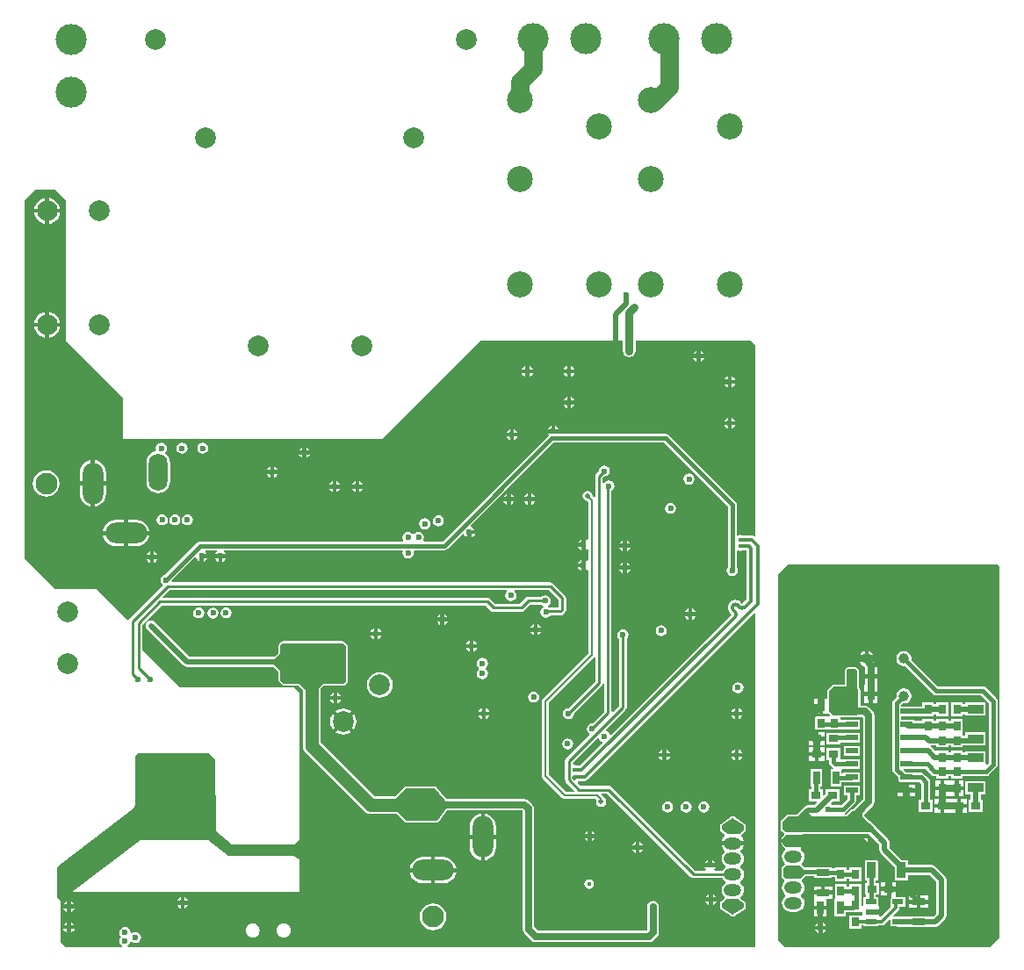
<source format=gbl>
G04*
G04 #@! TF.GenerationSoftware,Altium Limited,Altium Designer,23.4.1 (23)*
G04*
G04 Layer_Physical_Order=4*
G04 Layer_Color=16711680*
%FSLAX25Y25*%
%MOIN*%
G70*
G04*
G04 #@! TF.SameCoordinates,687DAE7F-2A6D-4925-9110-F28A9C07312E*
G04*
G04*
G04 #@! TF.FilePolarity,Positive*
G04*
G01*
G75*
%ADD12C,0.01000*%
%ADD44R,0.04331X0.02362*%
%ADD63C,0.08268*%
%ADD69R,0.02756X0.05118*%
%ADD70R,0.03800X0.03100*%
%ADD71R,0.05118X0.02756*%
%ADD75R,0.03100X0.03800*%
%ADD103C,0.01500*%
%ADD104C,0.02000*%
%ADD105C,0.02500*%
%ADD106C,0.01100*%
%ADD107C,0.00800*%
%ADD108C,0.01200*%
%ADD109C,0.01470*%
%ADD110C,0.03000*%
%ADD112C,0.07000*%
%ADD114O,0.06693X0.04724*%
%ADD115C,0.09843*%
%ADD116O,0.07874X0.15748*%
%ADD117O,0.15748X0.07874*%
%ADD118O,0.07087X0.14173*%
%ADD119C,0.01181*%
%ADD120C,0.07874*%
%ADD121C,0.03937*%
%ADD122O,0.14173X0.07087*%
%ADD123C,0.11811*%
%ADD124C,0.02362*%
%ADD125C,0.01968*%
%ADD126C,0.01772*%
%ADD127C,0.05000*%
%ADD171R,0.06299X0.03543*%
%ADD172R,0.04646X0.02284*%
%ADD173R,0.03543X0.06299*%
G36*
X272924Y169185D02*
Y146110D01*
X272646Y145694D01*
X272484Y144882D01*
X272646Y144070D01*
X273106Y143382D01*
X273794Y142921D01*
X274606Y142760D01*
X275418Y142921D01*
X276107Y143382D01*
X276567Y144070D01*
X276728Y144882D01*
X276567Y145694D01*
X276289Y146110D01*
Y152304D01*
X276789Y152571D01*
X276957Y152459D01*
X277654Y152320D01*
X278351Y152459D01*
X278374Y152474D01*
X280115D01*
Y134982D01*
Y134047D01*
X278414Y132346D01*
X277816Y132943D01*
X277816Y132943D01*
X277816Y132943D01*
X277725Y133004D01*
X277212Y133398D01*
X276514Y133687D01*
X275764Y133786D01*
X275015Y133687D01*
X274317Y133398D01*
X273804Y133004D01*
X273713Y132943D01*
X273651Y132851D01*
X273258Y132338D01*
X272969Y131640D01*
X272870Y130891D01*
X272969Y130142D01*
X273258Y129444D01*
X273651Y128931D01*
X273713Y128839D01*
X274310Y128242D01*
X273930Y127862D01*
X228541Y82474D01*
X228063Y82619D01*
X228039Y82741D01*
X227557Y83462D01*
X226835Y83944D01*
X226732Y83965D01*
X226587Y84443D01*
X234116Y91973D01*
X234437Y92453D01*
X234549Y93019D01*
Y118957D01*
X234571Y118972D01*
X235031Y119660D01*
X235193Y120472D01*
X235031Y121284D01*
X234571Y121973D01*
X233883Y122433D01*
X233071Y122594D01*
X232259Y122433D01*
X231571Y121973D01*
X231111Y121284D01*
X230949Y120472D01*
X231111Y119660D01*
X231571Y118972D01*
X231592Y118957D01*
Y93631D01*
X229224Y91262D01*
X228762Y91454D01*
Y175223D01*
X229204Y175518D01*
X229663Y176206D01*
X229825Y177018D01*
X229663Y177830D01*
X229204Y178518D01*
X228515Y178979D01*
X227703Y179140D01*
X226891Y178979D01*
X226203Y178518D01*
X225943Y178130D01*
X225443Y178282D01*
Y180098D01*
X225917Y180572D01*
X226003Y180555D01*
X226815Y180717D01*
X227503Y181177D01*
X227963Y181865D01*
X228125Y182677D01*
X227963Y183489D01*
X227503Y184178D01*
X226815Y184637D01*
X226003Y184799D01*
X225191Y184637D01*
X224503Y184178D01*
X224043Y183489D01*
X223881Y182677D01*
X223898Y182591D01*
X223006Y181699D01*
X222697Y181236D01*
X222588Y180690D01*
X222588Y180690D01*
Y172885D01*
X222517Y172831D01*
X222088Y172700D01*
X221599Y173189D01*
X221606Y173228D01*
X221460Y173964D01*
X221043Y174587D01*
X220420Y175003D01*
X219685Y175150D01*
X218950Y175003D01*
X218327Y174587D01*
X217910Y173964D01*
X217764Y173228D01*
X217910Y172493D01*
X218327Y171870D01*
X218950Y171453D01*
X219685Y171307D01*
X219934Y170900D01*
Y156730D01*
X219434Y156463D01*
X218961Y156779D01*
X218860Y156799D01*
Y154724D01*
Y152650D01*
X218961Y152670D01*
X219434Y152986D01*
X219934Y152719D01*
Y148856D01*
X219434Y148589D01*
X218961Y148905D01*
X218860Y148925D01*
Y146850D01*
Y144776D01*
X218961Y144796D01*
X219434Y145112D01*
X219934Y144845D01*
Y113541D01*
X202606Y96213D01*
X202319Y95783D01*
X202218Y95276D01*
Y66929D01*
X202319Y66422D01*
X202606Y65992D01*
X210086Y58512D01*
X210516Y58224D01*
X211024Y58123D01*
X222676D01*
X223009Y57748D01*
X222877Y57082D01*
X223023Y56346D01*
X223440Y55723D01*
X224063Y55307D01*
X224798Y55160D01*
X225533Y55307D01*
X226157Y55723D01*
X226573Y56346D01*
X226719Y57082D01*
X226573Y57817D01*
X226157Y58440D01*
X225750Y58711D01*
X225512Y59069D01*
X224838Y59743D01*
X225029Y60205D01*
X227075D01*
X258797Y28482D01*
X259277Y28162D01*
X259842Y28049D01*
X270900D01*
X270969Y27882D01*
X271492Y27201D01*
X271911Y26880D01*
Y26270D01*
X271492Y25949D01*
X270969Y25267D01*
X270641Y24474D01*
X270529Y23622D01*
X270641Y22770D01*
X270969Y21977D01*
X271492Y21295D01*
X271772Y21081D01*
X271804Y21012D01*
X271773Y20450D01*
X270182Y19115D01*
X270162Y19090D01*
X270136Y19073D01*
X270076Y18982D01*
X270008Y18898D01*
X269999Y18868D01*
X269981Y18841D01*
X269960Y18735D01*
X269930Y18630D01*
X269933Y18599D01*
X269927Y18568D01*
Y16865D01*
X269942Y16791D01*
X269943Y16715D01*
X269969Y16656D01*
X269981Y16592D01*
X270023Y16529D01*
X270053Y16459D01*
X270100Y16414D01*
X270136Y16360D01*
X270199Y16318D01*
X270253Y16266D01*
X271379Y15538D01*
X271492Y15390D01*
X272174Y14867D01*
X272848Y14588D01*
X274416Y13574D01*
X274535Y13526D01*
X274653Y13475D01*
X274664Y13475D01*
X274674Y13471D01*
X274803Y13473D01*
X274932Y13471D01*
X274942Y13475D01*
X274953Y13475D01*
X275071Y13526D01*
X275191Y13574D01*
X276759Y14588D01*
X277433Y14867D01*
X278114Y15390D01*
X278227Y15538D01*
X279353Y16266D01*
X279407Y16318D01*
X279470Y16360D01*
X279506Y16414D01*
X279553Y16459D01*
X279583Y16529D01*
X279625Y16592D01*
X279638Y16656D01*
X279663Y16715D01*
X279665Y16791D01*
X279679Y16865D01*
Y18568D01*
X279667Y18632D01*
X279667Y18698D01*
X279640Y18767D01*
X279625Y18841D01*
X279589Y18896D01*
X279564Y18956D01*
X279512Y19010D01*
X279470Y19073D01*
X279416Y19109D01*
X279370Y19156D01*
X278150Y19996D01*
X278114Y20043D01*
X277695Y20365D01*
Y20974D01*
X278114Y21295D01*
X278637Y21977D01*
X278966Y22770D01*
X279078Y23622D01*
X278966Y24474D01*
X278637Y25267D01*
X278114Y25949D01*
X277695Y26270D01*
Y26880D01*
X278114Y27201D01*
X278637Y27882D01*
X278966Y28676D01*
X279078Y29528D01*
X278966Y30379D01*
X278637Y31173D01*
X278114Y31854D01*
X277695Y32176D01*
Y32785D01*
X278114Y33106D01*
X278637Y33788D01*
X278966Y34582D01*
X279078Y35433D01*
X278966Y36285D01*
X278637Y37078D01*
X278114Y37760D01*
X277791Y38008D01*
Y38638D01*
X278185Y38941D01*
X278724Y39643D01*
X279063Y40461D01*
X279080Y40589D01*
X274803D01*
X270526D01*
X270543Y40461D01*
X270882Y39643D01*
X271421Y38941D01*
X271815Y38638D01*
Y38008D01*
X271492Y37760D01*
X270969Y37078D01*
X270641Y36285D01*
X270529Y35433D01*
X270641Y34582D01*
X270969Y33788D01*
X271492Y33106D01*
X271911Y32785D01*
Y32176D01*
X271492Y31854D01*
X270969Y31173D01*
X270900Y31006D01*
X267877D01*
X267714Y31498D01*
X268196Y32220D01*
X268216Y32321D01*
X264067D01*
X264087Y32220D01*
X264569Y31498D01*
X264406Y31006D01*
X260455D01*
X228732Y62729D01*
X228253Y63049D01*
X227687Y63161D01*
X216872D01*
X215842Y64192D01*
X215905Y64835D01*
X216034Y64921D01*
X218506D01*
X219144Y65048D01*
X219685Y65409D01*
X283003Y128727D01*
X283465Y128536D01*
Y1969D01*
X45205D01*
X45053Y2468D01*
X45595Y2830D01*
X46055Y3519D01*
X46102Y3754D01*
X46241Y3837D01*
X46647Y3934D01*
X47219Y3551D01*
X48031Y3390D01*
X48844Y3551D01*
X49532Y4011D01*
X49992Y4700D01*
X50153Y5512D01*
X49992Y6324D01*
X49532Y7012D01*
X48844Y7472D01*
X48031Y7634D01*
X47219Y7472D01*
X46649Y7091D01*
X46217Y7311D01*
X46188Y7339D01*
X46216Y7480D01*
X46055Y8292D01*
X45595Y8981D01*
X44906Y9441D01*
X44094Y9602D01*
X43282Y9441D01*
X42594Y8981D01*
X42134Y8292D01*
X41973Y7480D01*
X42134Y6668D01*
X42385Y6293D01*
X42560Y5906D01*
X42385Y5518D01*
X42134Y5143D01*
X41973Y4331D01*
X42134Y3519D01*
X42594Y2830D01*
X43136Y2468D01*
X42984Y1969D01*
X21654D01*
X19685Y3937D01*
Y19685D01*
X18405Y20950D01*
X18334Y31777D01*
X18851Y32830D01*
X47437Y54552D01*
X48150Y55989D01*
Y74368D01*
X49372Y75595D01*
X75607Y75689D01*
X78347Y73071D01*
X78500Y45790D01*
X84664Y40787D01*
X108262D01*
X110236Y42864D01*
Y98425D01*
X108268Y100394D01*
X64961Y100394D01*
X50691Y114663D01*
Y124191D01*
X52127Y125627D01*
X52515Y125308D01*
X52355Y125068D01*
X52147Y124757D01*
X52000Y124016D01*
X52147Y123274D01*
X52567Y122646D01*
X53263Y121950D01*
X53263Y121950D01*
X66347Y108866D01*
X66975Y108447D01*
X67716Y108299D01*
X67717Y108299D01*
X100534D01*
X102436Y106397D01*
Y103150D01*
X102490Y102876D01*
X102645Y102645D01*
X103826Y101464D01*
X104058Y101309D01*
X104331Y101255D01*
X109941D01*
X111531Y99664D01*
Y78347D01*
X111648Y77459D01*
X111991Y76632D01*
X112536Y75922D01*
X134977Y53481D01*
X135687Y52936D01*
X136514Y52593D01*
X137402Y52476D01*
X147302D01*
X150283Y49495D01*
X150514Y49341D01*
X150787Y49286D01*
X162598D01*
X162652Y49297D01*
X162707Y49295D01*
X162787Y49324D01*
X162872Y49341D01*
X162917Y49371D01*
X162969Y49390D01*
X163032Y49448D01*
X163103Y49495D01*
X163134Y49541D01*
X163174Y49578D01*
X166207Y53713D01*
X194872D01*
X195052Y53533D01*
Y8661D01*
X195219Y7823D01*
X195694Y7111D01*
X198450Y4355D01*
X199161Y3880D01*
X200000Y3713D01*
X243024D01*
X243863Y3880D01*
X244574Y4355D01*
X246038Y5820D01*
X246513Y6531D01*
X246680Y7370D01*
Y17323D01*
X246513Y18162D01*
X246038Y18873D01*
X245327Y19348D01*
X244488Y19515D01*
X243649Y19348D01*
X242938Y18873D01*
X242463Y18162D01*
X242296Y17323D01*
Y8278D01*
X242116Y8098D01*
X200908D01*
X199436Y9569D01*
Y54441D01*
X199269Y55280D01*
X198794Y55991D01*
X197330Y57456D01*
X196618Y57931D01*
X195780Y58098D01*
X166068D01*
X162365Y62655D01*
X162336Y62678D01*
X162316Y62709D01*
X162230Y62767D01*
X162151Y62832D01*
X162115Y62843D01*
X162084Y62864D01*
X161983Y62884D01*
X161884Y62915D01*
X161847Y62911D01*
X161811Y62918D01*
X150787D01*
X150662Y62893D01*
X150536Y62873D01*
X150526Y62866D01*
X150514Y62864D01*
X150408Y62793D01*
X150299Y62725D01*
X146683Y59335D01*
X138822D01*
X118390Y79767D01*
Y100058D01*
X119587Y101255D01*
X127165D01*
X127438Y101309D01*
X127670Y101464D01*
X128457Y102251D01*
X128612Y102483D01*
X128666Y102756D01*
Y116142D01*
X128612Y116415D01*
X128457Y116646D01*
X127276Y117827D01*
X127045Y117982D01*
X126772Y118036D01*
X103937D01*
X103664Y117982D01*
X103432Y117827D01*
X102645Y117040D01*
X102490Y116809D01*
X102436Y116535D01*
Y113681D01*
X100928Y112173D01*
X68519D01*
X56003Y124690D01*
X56003Y124690D01*
X55307Y125386D01*
X54678Y125805D01*
X53937Y125953D01*
X53196Y125805D01*
X52645Y125437D01*
X52326Y125826D01*
X58093Y131593D01*
X180884D01*
X182813Y129663D01*
X183292Y129343D01*
X183858Y129230D01*
X194488D01*
X195054Y129343D01*
X195534Y129663D01*
X197788Y131917D01*
X202028D01*
X202043Y131895D01*
X202731Y131435D01*
X202735Y131435D01*
X202840Y130904D01*
X202437Y130634D01*
X201977Y129946D01*
X201815Y129134D01*
X201977Y128322D01*
X202437Y127634D01*
X203125Y127173D01*
X203937Y127012D01*
X204749Y127173D01*
X205437Y127634D01*
X205613Y127897D01*
X209440D01*
X210005Y128009D01*
X210485Y128330D01*
X211129Y128974D01*
X211450Y129454D01*
X211562Y130020D01*
Y134404D01*
X211450Y134970D01*
X211129Y135450D01*
X206557Y140022D01*
X206078Y140342D01*
X205512Y140455D01*
X62211D01*
X61801Y140955D01*
X61817Y141039D01*
X70657Y149879D01*
X71136Y149734D01*
X71174Y149543D01*
X71656Y148821D01*
X72377Y148339D01*
X72478Y148319D01*
Y150394D01*
X73228D01*
Y151144D01*
X75303D01*
X75283Y151245D01*
X74801Y151966D01*
X74528Y152148D01*
X74680Y152648D01*
X78864D01*
X79015Y152148D01*
X78742Y151966D01*
X78260Y151245D01*
X78240Y151144D01*
X82390D01*
X82370Y151245D01*
X81888Y151966D01*
X81615Y152148D01*
X81766Y152648D01*
X149234D01*
X149567Y152148D01*
X149453Y151575D01*
X149615Y150763D01*
X150074Y150074D01*
X150763Y149615D01*
X151575Y149453D01*
X152387Y149615D01*
X153075Y150074D01*
X153535Y150763D01*
X153697Y151575D01*
X153583Y152148D01*
X153916Y152648D01*
X165354D01*
X165998Y152776D01*
X166544Y153141D01*
X172249Y158847D01*
X172728Y158702D01*
X172749Y158598D01*
X173231Y157876D01*
X173952Y157394D01*
X174053Y157374D01*
Y159449D01*
X174803D01*
Y160199D01*
X176878D01*
X176858Y160300D01*
X176376Y161021D01*
X175654Y161503D01*
X175550Y161524D01*
X175405Y162003D01*
X206799Y193396D01*
X248713D01*
X272924Y169185D01*
D02*
G37*
G36*
X21654Y285433D02*
Y232283D01*
X43307Y210630D01*
Y194882D01*
X141732D01*
X179134Y232283D01*
X232986D01*
Y228346D01*
X233172Y227410D01*
X233703Y226616D01*
X234497Y226086D01*
X235433Y225899D01*
X236369Y226086D01*
X237163Y226616D01*
X237694Y227410D01*
X237880Y228346D01*
Y232283D01*
X271654D01*
X281519Y232260D01*
X283465Y230315D01*
Y158138D01*
X282965Y157923D01*
X282582Y158179D01*
X281944Y158306D01*
X278286D01*
X277654Y158431D01*
X276957Y158293D01*
X276789Y158180D01*
X276289Y158448D01*
Y169882D01*
X276161Y170526D01*
X275796Y171072D01*
X250599Y196268D01*
X250053Y196633D01*
X249409Y196761D01*
X209238D01*
X209075Y196960D01*
X204618D01*
X204638Y196859D01*
X204996Y196324D01*
X204913Y196268D01*
X164657Y156013D01*
X157565D01*
X157329Y156454D01*
X157472Y156668D01*
X157634Y157480D01*
X157472Y158292D01*
X157012Y158981D01*
X156324Y159441D01*
X155512Y159602D01*
X154700Y159441D01*
X154011Y158981D01*
X153844Y158730D01*
X153243D01*
X153075Y158981D01*
X152387Y159441D01*
X151575Y159602D01*
X150763Y159441D01*
X150074Y158981D01*
X149615Y158292D01*
X149453Y157480D01*
X149615Y156668D01*
X149758Y156454D01*
X149522Y156013D01*
X72730D01*
X72086Y155885D01*
X71540Y155520D01*
X59438Y143418D01*
X58947Y143321D01*
X58259Y142861D01*
X57799Y142172D01*
X57638Y141360D01*
X57799Y140548D01*
X58259Y139860D01*
X58393Y139770D01*
X58442Y139273D01*
X45805Y126636D01*
X45615Y126352D01*
X45028Y126231D01*
X33465Y137795D01*
X17717D01*
X5906Y149606D01*
Y285433D01*
X9843Y289370D01*
X17717D01*
X21654Y285433D01*
D02*
G37*
G36*
X208606Y133792D02*
Y130854D01*
X205109D01*
X204749Y131094D01*
X204746Y131095D01*
X204640Y131626D01*
X205044Y131895D01*
X205504Y132584D01*
X205665Y133396D01*
X205504Y134208D01*
X205044Y134896D01*
X204355Y135356D01*
X203543Y135518D01*
X202731Y135356D01*
X202043Y134896D01*
X202028Y134874D01*
X197175D01*
X196609Y134762D01*
X196130Y134441D01*
X193876Y132187D01*
X184471D01*
X182542Y134116D01*
X182062Y134437D01*
X181496Y134549D01*
X58553D01*
X58362Y135011D01*
X60849Y137498D01*
X188996D01*
X189147Y136998D01*
X189051Y136934D01*
X188591Y136245D01*
X188429Y135433D01*
X188591Y134621D01*
X189051Y133933D01*
X189739Y133473D01*
X190551Y133311D01*
X191363Y133473D01*
X192052Y133933D01*
X192511Y134621D01*
X192673Y135433D01*
X192511Y136245D01*
X192052Y136934D01*
X191955Y136998D01*
X192107Y137498D01*
X204899D01*
X208606Y133792D01*
D02*
G37*
G36*
X127953Y116142D02*
Y102756D01*
X127165Y101969D01*
X119291D01*
X114961Y97638D01*
X114567D01*
X110236Y101969D01*
X104331D01*
X103150Y103150D01*
Y106693D01*
X99803Y110039D01*
X103150Y113386D01*
Y116535D01*
X103937Y117323D01*
X126772D01*
X127953Y116142D01*
D02*
G37*
G36*
X222517Y111814D02*
X222588Y111761D01*
Y102757D01*
X212477Y92646D01*
X212391Y92663D01*
X211579Y92501D01*
X210891Y92041D01*
X210431Y91353D01*
X210269Y90541D01*
X210431Y89729D01*
X210891Y89040D01*
X211579Y88580D01*
X212391Y88419D01*
X213203Y88580D01*
X213892Y89040D01*
X214352Y89729D01*
X214513Y90541D01*
X214496Y90627D01*
X225025Y101156D01*
X225025Y101156D01*
X225335Y101619D01*
X225407Y101984D01*
X225907Y101935D01*
Y91312D01*
X221543Y86947D01*
X221457Y86964D01*
X220645Y86803D01*
X219956Y86343D01*
X219496Y85654D01*
X219335Y84842D01*
X219496Y84030D01*
X219956Y83342D01*
X220340Y83086D01*
X220418Y82456D01*
X211484Y73523D01*
X211164Y73043D01*
X211051Y72477D01*
Y65413D01*
X211164Y64847D01*
X211484Y64368D01*
X214616Y61236D01*
X214424Y60774D01*
X211573D01*
X204869Y67478D01*
Y94727D01*
X222088Y111946D01*
X222517Y111814D01*
D02*
G37*
G36*
X223909Y81142D02*
X223930Y81039D01*
X224412Y80317D01*
X225133Y79835D01*
X225255Y79811D01*
X225400Y79333D01*
X216792Y70725D01*
X215857D01*
X215461Y70989D01*
X214764Y71128D01*
X214508Y71077D01*
X214107Y71406D01*
X214089Y71946D01*
X223431Y81288D01*
X223909Y81142D01*
D02*
G37*
G36*
X166929Y55905D02*
X162598Y50000D01*
X150787D01*
X144488Y56299D01*
X150787Y62205D01*
X161811D01*
X166929Y55905D01*
D02*
G37*
G36*
X278966Y18568D02*
Y16865D01*
X274803Y14173D01*
X270641Y16865D01*
Y18568D01*
X272441Y20079D01*
X276772D01*
X278966Y18568D01*
D02*
G37*
G36*
X375984Y146457D02*
Y5512D01*
X372441Y1969D01*
X294488D01*
X291881Y4576D01*
X291881Y143456D01*
X295669Y147244D01*
X375197D01*
X375984Y146457D01*
D02*
G37*
%LPC*%
G36*
X258174Y181744D02*
X257362Y181582D01*
X256673Y181122D01*
X256213Y180434D01*
X256052Y179622D01*
X256213Y178810D01*
X256673Y178121D01*
X257362Y177661D01*
X258174Y177500D01*
X258986Y177661D01*
X259674Y178121D01*
X260134Y178810D01*
X260296Y179622D01*
X260134Y180434D01*
X259674Y181122D01*
X258986Y181582D01*
X258174Y181744D01*
D02*
G37*
G36*
X198388Y174122D02*
Y172797D01*
X199712D01*
X199692Y172898D01*
X199210Y173620D01*
X198489Y174102D01*
X198388Y174122D01*
D02*
G37*
G36*
X196888D02*
X196787Y174102D01*
X196065Y173620D01*
X195583Y172898D01*
X195563Y172797D01*
X196888D01*
Y174122D01*
D02*
G37*
G36*
X190514D02*
Y172797D01*
X191838D01*
X191818Y172898D01*
X191336Y173620D01*
X190615Y174102D01*
X190514Y174122D01*
D02*
G37*
G36*
X189014D02*
X188913Y174102D01*
X188191Y173620D01*
X187709Y172898D01*
X187689Y172797D01*
X189014D01*
Y174122D01*
D02*
G37*
G36*
X199712Y171297D02*
X198388D01*
Y169973D01*
X198489Y169993D01*
X199210Y170475D01*
X199692Y171196D01*
X199712Y171297D01*
D02*
G37*
G36*
X196888D02*
X195563D01*
X195583Y171196D01*
X196065Y170475D01*
X196787Y169993D01*
X196888Y169973D01*
Y171297D01*
D02*
G37*
G36*
X191838D02*
X190514D01*
Y169973D01*
X190615Y169993D01*
X191336Y170475D01*
X191818Y171196D01*
X191838Y171297D01*
D02*
G37*
G36*
X189014D02*
X187689D01*
X187709Y171196D01*
X188191Y170475D01*
X188913Y169993D01*
X189014Y169973D01*
Y171297D01*
D02*
G37*
G36*
X251181Y170626D02*
X250369Y170464D01*
X249681Y170004D01*
X249221Y169316D01*
X249059Y168504D01*
X249221Y167692D01*
X249681Y167004D01*
X250369Y166544D01*
X251181Y166382D01*
X251993Y166544D01*
X252681Y167004D01*
X253141Y167692D01*
X253303Y168504D01*
X253141Y169316D01*
X252681Y170004D01*
X251993Y170464D01*
X251181Y170626D01*
D02*
G37*
G36*
X176878Y158699D02*
X175553D01*
Y157374D01*
X175654Y157394D01*
X176376Y157876D01*
X176858Y158598D01*
X176878Y158699D01*
D02*
G37*
G36*
X217360Y156799D02*
X217259Y156779D01*
X216538Y156297D01*
X216056Y155575D01*
X216036Y155474D01*
X217360D01*
Y156799D01*
D02*
G37*
G36*
X234608Y156405D02*
Y155081D01*
X235933D01*
X235913Y155182D01*
X235431Y155903D01*
X234709Y156385D01*
X234608Y156405D01*
D02*
G37*
G36*
X233108D02*
X233007Y156385D01*
X232286Y155903D01*
X231804Y155182D01*
X231784Y155081D01*
X233108D01*
Y156405D01*
D02*
G37*
G36*
X217360Y153974D02*
X216036D01*
X216056Y153873D01*
X216538Y153152D01*
X217259Y152670D01*
X217360Y152650D01*
Y153974D01*
D02*
G37*
G36*
X235933Y153581D02*
X234608D01*
Y152256D01*
X234709Y152276D01*
X235431Y152758D01*
X235913Y153480D01*
X235933Y153581D01*
D02*
G37*
G36*
X233108D02*
X231784D01*
X231804Y153480D01*
X232286Y152758D01*
X233007Y152276D01*
X233108Y152256D01*
Y153581D01*
D02*
G37*
G36*
X82390Y149644D02*
X81065D01*
Y148319D01*
X81166Y148339D01*
X81888Y148821D01*
X82370Y149543D01*
X82390Y149644D01*
D02*
G37*
G36*
X79565D02*
X78240D01*
X78260Y149543D01*
X78742Y148821D01*
X79464Y148339D01*
X79565Y148319D01*
Y149644D01*
D02*
G37*
G36*
X75303D02*
X73978D01*
Y148319D01*
X74079Y148339D01*
X74801Y148821D01*
X75283Y149543D01*
X75303Y149644D01*
D02*
G37*
G36*
X217360Y148925D02*
X217259Y148905D01*
X216538Y148423D01*
X216056Y147701D01*
X216036Y147600D01*
X217360D01*
Y148925D01*
D02*
G37*
G36*
X234608Y148138D02*
Y146813D01*
X235933D01*
X235913Y146914D01*
X235431Y147635D01*
X234709Y148117D01*
X234608Y148138D01*
D02*
G37*
G36*
X233108D02*
X233007Y148117D01*
X232286Y147635D01*
X231804Y146914D01*
X231784Y146813D01*
X233108D01*
Y148138D01*
D02*
G37*
G36*
X217360Y146100D02*
X216036D01*
X216056Y145999D01*
X216538Y145278D01*
X217259Y144796D01*
X217360Y144776D01*
Y146100D01*
D02*
G37*
G36*
X235933Y145313D02*
X234608D01*
Y143988D01*
X234709Y144008D01*
X235431Y144491D01*
X235913Y145212D01*
X235933Y145313D01*
D02*
G37*
G36*
X233108D02*
X231784D01*
X231804Y145212D01*
X232286Y144491D01*
X233007Y144008D01*
X233108Y143988D01*
Y145313D01*
D02*
G37*
G36*
X259411Y130421D02*
Y129096D01*
X260736D01*
X260716Y129198D01*
X260234Y129919D01*
X259512Y130401D01*
X259411Y130421D01*
D02*
G37*
G36*
X257911D02*
X257810Y130401D01*
X257089Y129919D01*
X256607Y129198D01*
X256587Y129096D01*
X257911D01*
Y130421D01*
D02*
G37*
G36*
X165317Y128453D02*
Y127128D01*
X166642D01*
X166621Y127229D01*
X166139Y127950D01*
X165418Y128433D01*
X165317Y128453D01*
D02*
G37*
G36*
X163817D02*
X163716Y128433D01*
X162994Y127950D01*
X162512Y127229D01*
X162492Y127128D01*
X163817D01*
Y128453D01*
D02*
G37*
G36*
X72047Y130947D02*
X71235Y130785D01*
X70547Y130325D01*
X70087Y129637D01*
X69925Y128825D01*
X70087Y128013D01*
X70547Y127324D01*
X71235Y126864D01*
X72047Y126703D01*
X72859Y126864D01*
X73548Y127324D01*
X74008Y128013D01*
X74169Y128825D01*
X74008Y129637D01*
X73548Y130325D01*
X72859Y130785D01*
X72047Y130947D01*
D02*
G37*
G36*
X82480Y130941D02*
X81668Y130779D01*
X80980Y130319D01*
X80520Y129631D01*
X80358Y128819D01*
X80520Y128007D01*
X80980Y127319D01*
X81668Y126858D01*
X82480Y126697D01*
X83292Y126858D01*
X83981Y127319D01*
X84441Y128007D01*
X84602Y128819D01*
X84441Y129631D01*
X83981Y130319D01*
X83292Y130779D01*
X82480Y130941D01*
D02*
G37*
G36*
X77520Y130823D02*
X76708Y130661D01*
X76019Y130201D01*
X75559Y129513D01*
X75398Y128701D01*
X75559Y127889D01*
X76019Y127200D01*
X76708Y126740D01*
X77520Y126579D01*
X78332Y126740D01*
X79020Y127200D01*
X79480Y127889D01*
X79642Y128701D01*
X79480Y129513D01*
X79020Y130201D01*
X78332Y130661D01*
X77520Y130823D01*
D02*
G37*
G36*
X260736Y127596D02*
X259411D01*
Y126272D01*
X259512Y126292D01*
X260234Y126774D01*
X260716Y127495D01*
X260736Y127596D01*
D02*
G37*
G36*
X257911D02*
X256587D01*
X256607Y127495D01*
X257089Y126774D01*
X257810Y126292D01*
X257911Y126272D01*
Y127596D01*
D02*
G37*
G36*
X166642Y125628D02*
X165317D01*
Y124303D01*
X165418Y124323D01*
X166139Y124805D01*
X166621Y125527D01*
X166642Y125628D01*
D02*
G37*
G36*
X163817D02*
X162492D01*
X162512Y125527D01*
X162994Y124805D01*
X163716Y124323D01*
X163817Y124303D01*
Y125628D01*
D02*
G37*
G36*
X200750Y124516D02*
Y123191D01*
X202075D01*
X202055Y123292D01*
X201572Y124013D01*
X200851Y124495D01*
X200750Y124516D01*
D02*
G37*
G36*
X199250D02*
X199149Y124495D01*
X198427Y124013D01*
X197945Y123292D01*
X197925Y123191D01*
X199250D01*
Y124516D01*
D02*
G37*
G36*
X140120Y122941D02*
Y121616D01*
X141445D01*
X141425Y121717D01*
X140943Y122439D01*
X140221Y122921D01*
X140120Y122941D01*
D02*
G37*
G36*
X138620D02*
X138519Y122921D01*
X137798Y122439D01*
X137315Y121717D01*
X137295Y121616D01*
X138620D01*
Y122941D01*
D02*
G37*
G36*
X202075Y121691D02*
X200750D01*
Y120366D01*
X200851Y120386D01*
X201572Y120869D01*
X202055Y121590D01*
X202075Y121691D01*
D02*
G37*
G36*
X199250D02*
X197925D01*
X197945Y121590D01*
X198427Y120869D01*
X199149Y120386D01*
X199250Y120366D01*
Y121691D01*
D02*
G37*
G36*
X247638Y124169D02*
X246826Y124008D01*
X246137Y123548D01*
X245677Y122859D01*
X245516Y122047D01*
X245677Y121235D01*
X246137Y120547D01*
X246826Y120087D01*
X247638Y119925D01*
X248450Y120087D01*
X249138Y120547D01*
X249598Y121235D01*
X249760Y122047D01*
X249598Y122859D01*
X249138Y123548D01*
X248450Y124008D01*
X247638Y124169D01*
D02*
G37*
G36*
X141445Y120116D02*
X140120D01*
Y118791D01*
X140221Y118812D01*
X140943Y119294D01*
X141425Y120015D01*
X141445Y120116D01*
D02*
G37*
G36*
X138620D02*
X137295D01*
X137315Y120015D01*
X137798Y119294D01*
X138519Y118812D01*
X138620Y118791D01*
Y120116D01*
D02*
G37*
G36*
X176341Y118216D02*
Y116892D01*
X177665D01*
X177645Y116993D01*
X177163Y117714D01*
X176442Y118196D01*
X176341Y118216D01*
D02*
G37*
G36*
X174841D02*
X174740Y118196D01*
X174018Y117714D01*
X173536Y116993D01*
X173516Y116892D01*
X174841D01*
Y118216D01*
D02*
G37*
G36*
X177665Y115392D02*
X176341D01*
Y114067D01*
X176442Y114087D01*
X177163Y114569D01*
X177645Y115291D01*
X177665Y115392D01*
D02*
G37*
G36*
X174841D02*
X173516D01*
X173536Y115291D01*
X174018Y114569D01*
X174740Y114087D01*
X174841Y114067D01*
Y115392D01*
D02*
G37*
G36*
X179724Y111767D02*
X178912Y111606D01*
X178224Y111146D01*
X177764Y110458D01*
X177603Y109646D01*
X177764Y108834D01*
X178224Y108145D01*
X178475Y107978D01*
Y107377D01*
X178224Y107209D01*
X177764Y106521D01*
X177603Y105709D01*
X177764Y104897D01*
X178224Y104208D01*
X178912Y103748D01*
X179724Y103587D01*
X180536Y103748D01*
X181225Y104208D01*
X181685Y104897D01*
X181846Y105709D01*
X181685Y106521D01*
X181225Y107209D01*
X180974Y107377D01*
Y107978D01*
X181225Y108145D01*
X181685Y108834D01*
X181846Y109646D01*
X181685Y110458D01*
X181225Y111146D01*
X180536Y111606D01*
X179724Y111767D01*
D02*
G37*
G36*
X276772Y102516D02*
X275960Y102354D01*
X275271Y101894D01*
X274811Y101206D01*
X274650Y100394D01*
X274811Y99582D01*
X275271Y98893D01*
X275960Y98433D01*
X276772Y98272D01*
X277584Y98433D01*
X278272Y98893D01*
X278732Y99582D01*
X278893Y100394D01*
X278732Y101206D01*
X278272Y101894D01*
X277584Y102354D01*
X276772Y102516D01*
D02*
G37*
G36*
X124766Y98531D02*
Y97207D01*
X126090D01*
X126070Y97308D01*
X125588Y98029D01*
X124867Y98511D01*
X124766Y98531D01*
D02*
G37*
G36*
X123266D02*
X123165Y98511D01*
X122443Y98029D01*
X121961Y97308D01*
X121941Y97207D01*
X123266D01*
Y98531D01*
D02*
G37*
G36*
X140818Y106327D02*
X139555Y106160D01*
X138379Y105673D01*
X137368Y104898D01*
X136593Y103887D01*
X136106Y102711D01*
X135939Y101448D01*
X136106Y100185D01*
X136593Y99009D01*
X137368Y97998D01*
X138379Y97223D01*
X139555Y96735D01*
X140818Y96569D01*
X142081Y96735D01*
X143257Y97223D01*
X144268Y97998D01*
X145043Y99009D01*
X145530Y100185D01*
X145697Y101448D01*
X145530Y102711D01*
X145043Y103887D01*
X144268Y104898D01*
X143257Y105673D01*
X142081Y106160D01*
X140818Y106327D01*
D02*
G37*
G36*
X199213Y98972D02*
X198401Y98811D01*
X197712Y98351D01*
X197252Y97662D01*
X197091Y96850D01*
X197252Y96038D01*
X197712Y95350D01*
X198401Y94890D01*
X199213Y94728D01*
X200025Y94890D01*
X200713Y95350D01*
X201173Y96038D01*
X201335Y96850D01*
X201173Y97662D01*
X200713Y98351D01*
X200025Y98811D01*
X199213Y98972D01*
D02*
G37*
G36*
X126090Y95707D02*
X124766D01*
Y94382D01*
X124867Y94402D01*
X125588Y94884D01*
X126070Y95606D01*
X126090Y95707D01*
D02*
G37*
G36*
X123266D02*
X121941D01*
X121961Y95606D01*
X122443Y94884D01*
X123165Y94402D01*
X123266Y94382D01*
Y95707D01*
D02*
G37*
G36*
X277128Y92626D02*
Y91301D01*
X278453D01*
X278432Y91402D01*
X277950Y92124D01*
X277229Y92606D01*
X277128Y92626D01*
D02*
G37*
G36*
X275628D02*
X275527Y92606D01*
X274805Y92124D01*
X274323Y91402D01*
X274303Y91301D01*
X275628D01*
Y92626D01*
D02*
G37*
G36*
X181065D02*
Y91301D01*
X182390D01*
X182369Y91402D01*
X181887Y92124D01*
X181166Y92606D01*
X181065Y92626D01*
D02*
G37*
G36*
X179565D02*
X179464Y92606D01*
X178743Y92124D01*
X178260Y91402D01*
X178240Y91301D01*
X179565D01*
Y92626D01*
D02*
G37*
G36*
X126899Y92508D02*
X125610Y92338D01*
X124409Y91841D01*
X123978Y91510D01*
X126899Y88589D01*
X129820Y91510D01*
X129388Y91841D01*
X128187Y92338D01*
X126899Y92508D01*
D02*
G37*
G36*
X278453Y89801D02*
X277128D01*
Y88477D01*
X277229Y88497D01*
X277950Y88979D01*
X278432Y89700D01*
X278453Y89801D01*
D02*
G37*
G36*
X275628D02*
X274303D01*
X274323Y89700D01*
X274805Y88979D01*
X275527Y88497D01*
X275628Y88477D01*
Y89801D01*
D02*
G37*
G36*
X182390D02*
X181065D01*
Y88477D01*
X181166Y88497D01*
X181887Y88979D01*
X182369Y89700D01*
X182390Y89801D01*
D02*
G37*
G36*
X179565D02*
X178240D01*
X178260Y89700D01*
X178743Y88979D01*
X179464Y88497D01*
X179565Y88477D01*
Y89801D01*
D02*
G37*
G36*
X122917Y90450D02*
X122586Y90018D01*
X122089Y88817D01*
X121919Y87529D01*
X122089Y86240D01*
X122586Y85039D01*
X122917Y84607D01*
X125838Y87529D01*
X122917Y90450D01*
D02*
G37*
G36*
X130880D02*
X127959Y87529D01*
X130880Y84607D01*
X131211Y85039D01*
X131709Y86240D01*
X131878Y87529D01*
X131709Y88817D01*
X131211Y90018D01*
X130880Y90450D01*
D02*
G37*
G36*
X126899Y86468D02*
X123978Y83547D01*
X124409Y83216D01*
X125610Y82719D01*
X126899Y82549D01*
X128187Y82719D01*
X129388Y83216D01*
X129820Y83547D01*
X126899Y86468D01*
D02*
G37*
G36*
X277128Y76878D02*
Y75553D01*
X278453D01*
X278432Y75654D01*
X277950Y76376D01*
X277229Y76858D01*
X277128Y76878D01*
D02*
G37*
G36*
X275628D02*
X275527Y76858D01*
X274805Y76376D01*
X274323Y75654D01*
X274303Y75553D01*
X275628D01*
Y76878D01*
D02*
G37*
G36*
X249569D02*
Y75553D01*
X250893D01*
X250873Y75654D01*
X250391Y76376D01*
X249670Y76858D01*
X249569Y76878D01*
D02*
G37*
G36*
X248069D02*
X247968Y76858D01*
X247246Y76376D01*
X246764Y75654D01*
X246744Y75553D01*
X248069D01*
Y76878D01*
D02*
G37*
G36*
X278453Y74053D02*
X277128D01*
Y72729D01*
X277229Y72749D01*
X277950Y73231D01*
X278432Y73952D01*
X278453Y74053D01*
D02*
G37*
G36*
X275628D02*
X274303D01*
X274323Y73952D01*
X274805Y73231D01*
X275527Y72749D01*
X275628Y72729D01*
Y74053D01*
D02*
G37*
G36*
X250893D02*
X249569D01*
Y72729D01*
X249670Y72749D01*
X250391Y73231D01*
X250873Y73952D01*
X250893Y74053D01*
D02*
G37*
G36*
X248069D02*
X246744D01*
X246764Y73952D01*
X247246Y73231D01*
X247968Y72749D01*
X248069Y72729D01*
Y74053D01*
D02*
G37*
G36*
X263779Y57240D02*
X262967Y57078D01*
X262279Y56618D01*
X261819Y55930D01*
X261658Y55118D01*
X261819Y54306D01*
X262279Y53618D01*
X262967Y53158D01*
X263779Y52996D01*
X264592Y53158D01*
X265280Y53618D01*
X265740Y54306D01*
X265901Y55118D01*
X265740Y55930D01*
X265280Y56618D01*
X264592Y57078D01*
X263779Y57240D01*
D02*
G37*
G36*
X257087D02*
X256275Y57078D01*
X255586Y56618D01*
X255126Y55930D01*
X254965Y55118D01*
X255126Y54306D01*
X255586Y53618D01*
X256275Y53158D01*
X257087Y52996D01*
X257899Y53158D01*
X258587Y53618D01*
X259047Y54306D01*
X259208Y55118D01*
X259047Y55930D01*
X258587Y56618D01*
X257899Y57078D01*
X257087Y57240D01*
D02*
G37*
G36*
X250000D02*
X249188Y57078D01*
X248500Y56618D01*
X248040Y55930D01*
X247878Y55118D01*
X248040Y54306D01*
X248500Y53618D01*
X249188Y53158D01*
X250000Y52996D01*
X250812Y53158D01*
X251500Y53618D01*
X251960Y54306D01*
X252122Y55118D01*
X251960Y55930D01*
X251500Y56618D01*
X250812Y57078D01*
X250000Y57240D01*
D02*
G37*
G36*
X274932Y51489D02*
X274803Y51487D01*
X274675Y51489D01*
X274664Y51485D01*
X274653Y51485D01*
X274535Y51434D01*
X274416Y51387D01*
X272848Y50373D01*
X272174Y50094D01*
X271492Y49571D01*
X271379Y49423D01*
X270253Y48695D01*
X270199Y48642D01*
X270136Y48600D01*
X270100Y48546D01*
X270053Y48501D01*
X270023Y48432D01*
X269981Y48369D01*
X269969Y48305D01*
X269943Y48245D01*
X269942Y48170D01*
X269927Y48096D01*
Y46393D01*
X269940Y46328D01*
X269939Y46263D01*
X269967Y46193D01*
X269981Y46119D01*
X270018Y46065D01*
X270042Y46004D01*
X270094Y45950D01*
X270136Y45888D01*
X270190Y45851D01*
X270236Y45805D01*
X271456Y44965D01*
X271492Y44918D01*
X271815Y44669D01*
Y44039D01*
X271421Y43736D01*
X270882Y43034D01*
X270543Y42216D01*
X270526Y42089D01*
X274803D01*
X279080D01*
X279063Y42216D01*
X278724Y43034D01*
X278185Y43736D01*
X277916Y43943D01*
X277912Y44577D01*
X279424Y45846D01*
X279444Y45870D01*
X279470Y45888D01*
X279531Y45978D01*
X279599Y46063D01*
X279608Y46093D01*
X279625Y46119D01*
X279646Y46226D01*
X279677Y46330D01*
X279673Y46362D01*
X279679Y46393D01*
Y48096D01*
X279665Y48170D01*
X279663Y48245D01*
X279638Y48305D01*
X279625Y48369D01*
X279583Y48432D01*
X279553Y48501D01*
X279506Y48546D01*
X279470Y48600D01*
X279408Y48642D01*
X279353Y48695D01*
X278227Y49423D01*
X278114Y49571D01*
X277433Y50094D01*
X276759Y50373D01*
X275191Y51387D01*
X275071Y51434D01*
X274953Y51485D01*
X274942Y51485D01*
X274932Y51489D01*
D02*
G37*
G36*
X221222Y45861D02*
Y44844D01*
X222239D01*
X221832Y45454D01*
X221222Y45861D01*
D02*
G37*
G36*
X219722D02*
X219113Y45454D01*
X218706Y44844D01*
X219722D01*
Y45861D01*
D02*
G37*
G36*
X180671Y52519D02*
Y44451D01*
X184901D01*
Y47638D01*
X184731Y48927D01*
X184234Y50128D01*
X183442Y51159D01*
X182411Y51950D01*
X181210Y52448D01*
X180671Y52519D01*
D02*
G37*
G36*
X179171D02*
X178632Y52448D01*
X177431Y51950D01*
X176400Y51159D01*
X175609Y50128D01*
X175111Y48927D01*
X174942Y47638D01*
Y44451D01*
X179171D01*
Y52519D01*
D02*
G37*
G36*
X222239Y43345D02*
X221222D01*
Y42328D01*
X221832Y42735D01*
X222239Y43345D01*
D02*
G37*
G36*
X219722D02*
X218706D01*
X219113Y42735D01*
X219722Y42328D01*
Y43345D01*
D02*
G37*
G36*
X239333Y41838D02*
Y40514D01*
X240657D01*
X240637Y40615D01*
X240155Y41336D01*
X239434Y41818D01*
X239333Y41838D01*
D02*
G37*
G36*
X237833D02*
X237732Y41818D01*
X237010Y41336D01*
X236528Y40615D01*
X236508Y40514D01*
X237833D01*
Y41838D01*
D02*
G37*
G36*
X240657Y39014D02*
X239333D01*
Y37689D01*
X239434Y37709D01*
X240155Y38191D01*
X240637Y38913D01*
X240657Y39014D01*
D02*
G37*
G36*
X237833D02*
X236508D01*
X236528Y38913D01*
X237010Y38191D01*
X237732Y37709D01*
X237833Y37689D01*
Y39014D01*
D02*
G37*
G36*
X184901Y42951D02*
X180671D01*
Y34883D01*
X181210Y34954D01*
X182411Y35451D01*
X183442Y36243D01*
X184234Y37274D01*
X184731Y38475D01*
X184901Y39764D01*
Y42951D01*
D02*
G37*
G36*
X179171D02*
X174942D01*
Y39764D01*
X175111Y38475D01*
X175609Y37274D01*
X176400Y36243D01*
X177431Y35451D01*
X178632Y34954D01*
X179171Y34883D01*
Y42951D01*
D02*
G37*
G36*
X266892Y35146D02*
Y33821D01*
X268216D01*
X268196Y33922D01*
X267714Y34643D01*
X266993Y35125D01*
X266892Y35146D01*
D02*
G37*
G36*
X265392D02*
X265291Y35125D01*
X264569Y34643D01*
X264087Y33922D01*
X264067Y33821D01*
X265392D01*
Y35146D01*
D02*
G37*
G36*
X164961Y36082D02*
X161774D01*
Y31852D01*
X169842D01*
X169771Y32391D01*
X169273Y33592D01*
X168482Y34624D01*
X167450Y35415D01*
X166249Y35912D01*
X164961Y36082D01*
D02*
G37*
G36*
X160274D02*
X157087D01*
X155798Y35912D01*
X154597Y35415D01*
X153566Y34624D01*
X152774Y33592D01*
X152277Y32391D01*
X152206Y31852D01*
X160274D01*
Y36082D01*
D02*
G37*
G36*
X169842Y30352D02*
X161774D01*
Y26123D01*
X164961D01*
X166249Y26292D01*
X167450Y26790D01*
X168482Y27581D01*
X169273Y28613D01*
X169771Y29814D01*
X169842Y30352D01*
D02*
G37*
G36*
X160274D02*
X152206D01*
X152277Y29814D01*
X152774Y28613D01*
X153566Y27581D01*
X154597Y26790D01*
X155798Y26292D01*
X157087Y26123D01*
X160274D01*
Y30352D01*
D02*
G37*
G36*
X220208Y27608D02*
X219511Y27470D01*
X218921Y27075D01*
X218526Y26484D01*
X218387Y25787D01*
X218526Y25091D01*
X218921Y24500D01*
X219511Y24105D01*
X220208Y23967D01*
X220905Y24105D01*
X221496Y24500D01*
X221890Y25091D01*
X222029Y25787D01*
X221890Y26484D01*
X221496Y27075D01*
X220905Y27470D01*
X220208Y27608D01*
D02*
G37*
G36*
X75551Y42480D02*
X50058D01*
X24055Y22958D01*
Y22874D01*
Y22756D01*
Y22754D01*
X110236D01*
Y35326D01*
X108071Y36575D01*
X83189Y36496D01*
X75551Y42480D01*
D02*
G37*
G36*
X267285Y22153D02*
Y20829D01*
X268610D01*
X268590Y20930D01*
X268108Y21651D01*
X267387Y22133D01*
X267285Y22153D01*
D02*
G37*
G36*
X265785D02*
X265684Y22133D01*
X264963Y21651D01*
X264481Y20930D01*
X264461Y20829D01*
X265785D01*
Y22153D01*
D02*
G37*
G36*
X66695Y20775D02*
Y19451D01*
X68019D01*
X67999Y19552D01*
X67517Y20273D01*
X66796Y20755D01*
X66695Y20775D01*
D02*
G37*
G36*
X65195D02*
X65094Y20755D01*
X64372Y20273D01*
X63890Y19552D01*
X63870Y19451D01*
X65195D01*
Y20775D01*
D02*
G37*
G36*
X23585Y19398D02*
Y18073D01*
X24909D01*
X24889Y18174D01*
X24407Y18895D01*
X23686Y19377D01*
X23585Y19398D01*
D02*
G37*
G36*
X22085D02*
X21984Y19377D01*
X21262Y18895D01*
X20780Y18174D01*
X20760Y18073D01*
X22085D01*
Y19398D01*
D02*
G37*
G36*
X268610Y19329D02*
X267285D01*
Y18004D01*
X267387Y18024D01*
X268108Y18506D01*
X268590Y19228D01*
X268610Y19329D01*
D02*
G37*
G36*
X265785D02*
X264461D01*
X264481Y19228D01*
X264963Y18506D01*
X265684Y18024D01*
X265785Y18004D01*
Y19329D01*
D02*
G37*
G36*
X68019Y17951D02*
X66695D01*
Y16626D01*
X66796Y16646D01*
X67517Y17128D01*
X67999Y17850D01*
X68019Y17951D01*
D02*
G37*
G36*
X65195D02*
X63870D01*
X63890Y17850D01*
X64372Y17128D01*
X65094Y16646D01*
X65195Y16626D01*
Y17951D01*
D02*
G37*
G36*
X24909Y16573D02*
X23585D01*
Y15248D01*
X23686Y15268D01*
X24407Y15750D01*
X24889Y16472D01*
X24909Y16573D01*
D02*
G37*
G36*
X22085D02*
X20760D01*
X20780Y16472D01*
X21262Y15750D01*
X21984Y15268D01*
X22085Y15248D01*
Y16573D01*
D02*
G37*
G36*
X23585Y11524D02*
Y10199D01*
X24909D01*
X24889Y10300D01*
X24407Y11021D01*
X23686Y11503D01*
X23585Y11524D01*
D02*
G37*
G36*
X22085D02*
X21984Y11503D01*
X21262Y11021D01*
X20780Y10300D01*
X20760Y10199D01*
X22085D01*
Y11524D01*
D02*
G37*
G36*
X161024Y18463D02*
X159710Y18290D01*
X158485Y17783D01*
X157433Y16976D01*
X156626Y15924D01*
X156119Y14700D01*
X155946Y13386D01*
X156119Y12072D01*
X156626Y10847D01*
X157433Y9796D01*
X158485Y8989D01*
X159710Y8482D01*
X161024Y8309D01*
X162338Y8482D01*
X163562Y8989D01*
X164614Y9796D01*
X165421Y10847D01*
X165928Y12072D01*
X166101Y13386D01*
X165928Y14700D01*
X165421Y15924D01*
X164614Y16976D01*
X163562Y17783D01*
X162338Y18290D01*
X161024Y18463D01*
D02*
G37*
G36*
X24909Y8699D02*
X23585D01*
Y7374D01*
X23686Y7394D01*
X24407Y7876D01*
X24889Y8598D01*
X24909Y8699D01*
D02*
G37*
G36*
X22085D02*
X20760D01*
X20780Y8598D01*
X21262Y7876D01*
X21984Y7394D01*
X22085Y7374D01*
Y8699D01*
D02*
G37*
G36*
X104331Y10962D02*
X103633Y10871D01*
X102983Y10601D01*
X102425Y10173D01*
X101997Y9615D01*
X101728Y8965D01*
X101636Y8268D01*
X101728Y7570D01*
X101997Y6920D01*
X102425Y6362D01*
X102983Y5934D01*
X103633Y5665D01*
X104331Y5573D01*
X105028Y5665D01*
X105678Y5934D01*
X106236Y6362D01*
X106664Y6920D01*
X106934Y7570D01*
X107025Y8268D01*
X106934Y8965D01*
X106664Y9615D01*
X106236Y10173D01*
X105678Y10601D01*
X105028Y10871D01*
X104331Y10962D01*
D02*
G37*
G36*
X92520D02*
X91822Y10871D01*
X91172Y10601D01*
X90614Y10173D01*
X90186Y9615D01*
X89917Y8965D01*
X89825Y8268D01*
X89917Y7570D01*
X90186Y6920D01*
X90614Y6362D01*
X91172Y5934D01*
X91822Y5665D01*
X92520Y5573D01*
X93217Y5665D01*
X93867Y5934D01*
X94425Y6362D01*
X94853Y6920D01*
X95123Y7570D01*
X95214Y8268D01*
X95123Y8965D01*
X94853Y9615D01*
X94425Y10173D01*
X93867Y10601D01*
X93217Y10871D01*
X92520Y10962D01*
D02*
G37*
%LPD*%
G36*
X278966Y48096D02*
Y46393D01*
X277165Y44882D01*
X272835D01*
X270641Y46393D01*
Y48096D01*
X274803Y50787D01*
X278966Y48096D01*
D02*
G37*
%LPC*%
G36*
X15317Y286377D02*
Y282246D01*
X19448D01*
X19377Y282785D01*
X18879Y283986D01*
X18088Y285017D01*
X17057Y285808D01*
X15856Y286306D01*
X15317Y286377D01*
D02*
G37*
G36*
X13817D02*
X13278Y286306D01*
X12077Y285808D01*
X11046Y285017D01*
X10255Y283986D01*
X9757Y282785D01*
X9686Y282246D01*
X13817D01*
Y286377D01*
D02*
G37*
G36*
X19448Y280746D02*
X15317D01*
Y276615D01*
X15856Y276686D01*
X17057Y277184D01*
X18088Y277975D01*
X18879Y279006D01*
X19377Y280207D01*
X19448Y280746D01*
D02*
G37*
G36*
X13817D02*
X9686D01*
X9757Y280207D01*
X10255Y279006D01*
X11046Y277975D01*
X12077Y277184D01*
X13278Y276686D01*
X13817Y276615D01*
Y280746D01*
D02*
G37*
G36*
X15317Y243070D02*
Y238939D01*
X19448D01*
X19377Y239478D01*
X18879Y240679D01*
X18088Y241710D01*
X17057Y242501D01*
X15856Y242999D01*
X15317Y243070D01*
D02*
G37*
G36*
X13817D02*
X13278Y242999D01*
X12077Y242501D01*
X11046Y241710D01*
X10255Y240679D01*
X9757Y239478D01*
X9686Y238939D01*
X13817D01*
Y243070D01*
D02*
G37*
G36*
X19448Y237439D02*
X15317D01*
Y233308D01*
X15856Y233379D01*
X17057Y233876D01*
X18088Y234668D01*
X18879Y235699D01*
X19377Y236900D01*
X19448Y237439D01*
D02*
G37*
G36*
X13817D02*
X9686D01*
X9757Y236900D01*
X10255Y235699D01*
X11046Y234668D01*
X12077Y233876D01*
X13278Y233379D01*
X13817Y233308D01*
Y237439D01*
D02*
G37*
G36*
X262561Y228453D02*
Y227128D01*
X263886D01*
X263866Y227229D01*
X263384Y227950D01*
X262662Y228432D01*
X262561Y228453D01*
D02*
G37*
G36*
X261061D02*
X260960Y228432D01*
X260239Y227950D01*
X259756Y227229D01*
X259736Y227128D01*
X261061D01*
Y228453D01*
D02*
G37*
G36*
X263886Y225628D02*
X262561D01*
Y224303D01*
X262662Y224323D01*
X263384Y224805D01*
X263866Y225527D01*
X263886Y225628D01*
D02*
G37*
G36*
X261061D02*
X259736D01*
X259756Y225527D01*
X260239Y224805D01*
X260960Y224323D01*
X261061Y224303D01*
Y225628D01*
D02*
G37*
G36*
X213348Y222547D02*
Y221222D01*
X214673D01*
X214653Y221323D01*
X214171Y222045D01*
X213449Y222527D01*
X213348Y222547D01*
D02*
G37*
G36*
X211848D02*
X211747Y222527D01*
X211026Y222045D01*
X210544Y221323D01*
X210524Y221222D01*
X211848D01*
Y222547D01*
D02*
G37*
G36*
X197600D02*
Y221222D01*
X198925D01*
X198905Y221323D01*
X198423Y222045D01*
X197701Y222527D01*
X197600Y222547D01*
D02*
G37*
G36*
X196100D02*
X195999Y222527D01*
X195278Y222045D01*
X194796Y221323D01*
X194776Y221222D01*
X196100D01*
Y222547D01*
D02*
G37*
G36*
X214673Y219722D02*
X213348D01*
Y218398D01*
X213449Y218418D01*
X214171Y218900D01*
X214653Y219621D01*
X214673Y219722D01*
D02*
G37*
G36*
X211848D02*
X210524D01*
X210544Y219621D01*
X211026Y218900D01*
X211747Y218418D01*
X211848Y218398D01*
Y219722D01*
D02*
G37*
G36*
X198925D02*
X197600D01*
Y218398D01*
X197701Y218418D01*
X198423Y218900D01*
X198905Y219621D01*
X198925Y219722D01*
D02*
G37*
G36*
X196100D02*
X194776D01*
X194796Y219621D01*
X195278Y218900D01*
X195999Y218418D01*
X196100Y218398D01*
Y219722D01*
D02*
G37*
G36*
X274372Y218610D02*
Y217285D01*
X275697D01*
X275677Y217387D01*
X275195Y218108D01*
X274473Y218590D01*
X274372Y218610D01*
D02*
G37*
G36*
X272872D02*
X272771Y218590D01*
X272050Y218108D01*
X271568Y217387D01*
X271547Y217285D01*
X272872D01*
Y218610D01*
D02*
G37*
G36*
X275697Y215785D02*
X274372D01*
Y214461D01*
X274473Y214481D01*
X275195Y214963D01*
X275677Y215684D01*
X275697Y215785D01*
D02*
G37*
G36*
X272872D02*
X271547D01*
X271568Y215684D01*
X272050Y214963D01*
X272771Y214481D01*
X272872Y214461D01*
Y215785D01*
D02*
G37*
G36*
X213348Y210736D02*
Y209411D01*
X214673D01*
X214653Y209512D01*
X214171Y210234D01*
X213449Y210716D01*
X213348Y210736D01*
D02*
G37*
G36*
X211848D02*
X211747Y210716D01*
X211026Y210234D01*
X210544Y209512D01*
X210524Y209411D01*
X211848D01*
Y210736D01*
D02*
G37*
G36*
X214673Y207911D02*
X213348D01*
Y206587D01*
X213449Y206607D01*
X214171Y207089D01*
X214653Y207810D01*
X214673Y207911D01*
D02*
G37*
G36*
X211848D02*
X210524D01*
X210544Y207810D01*
X211026Y207089D01*
X211747Y206607D01*
X211848Y206587D01*
Y207911D01*
D02*
G37*
G36*
X274372Y202862D02*
Y201537D01*
X275697D01*
X275677Y201638D01*
X275195Y202360D01*
X274473Y202842D01*
X274372Y202862D01*
D02*
G37*
G36*
X272872D02*
X272771Y202842D01*
X272050Y202360D01*
X271568Y201638D01*
X271547Y201537D01*
X272872D01*
Y202862D01*
D02*
G37*
G36*
X275697Y200037D02*
X274372D01*
Y198713D01*
X274473Y198733D01*
X275195Y199215D01*
X275677Y199936D01*
X275697Y200037D01*
D02*
G37*
G36*
X272872D02*
X271547D01*
X271568Y199936D01*
X272050Y199215D01*
X272771Y198733D01*
X272872Y198713D01*
Y200037D01*
D02*
G37*
G36*
X207443Y199785D02*
Y198460D01*
X208768D01*
X208748Y198561D01*
X208265Y199282D01*
X207544Y199764D01*
X207443Y199785D01*
D02*
G37*
G36*
X205943D02*
X205842Y199764D01*
X205120Y199282D01*
X204638Y198561D01*
X204618Y198460D01*
X205943D01*
Y199785D01*
D02*
G37*
G36*
X191695Y198531D02*
Y197207D01*
X193019D01*
X192999Y197308D01*
X192517Y198029D01*
X191796Y198511D01*
X191695Y198531D01*
D02*
G37*
G36*
X190195D02*
X190094Y198511D01*
X189372Y198029D01*
X188890Y197308D01*
X188870Y197207D01*
X190195D01*
Y198531D01*
D02*
G37*
G36*
X193019Y195707D02*
X191695D01*
Y194382D01*
X191796Y194402D01*
X192517Y194884D01*
X192999Y195606D01*
X193019Y195707D01*
D02*
G37*
G36*
X190195D02*
X188870D01*
X188890Y195606D01*
X189372Y194884D01*
X190094Y194402D01*
X190195Y194382D01*
Y195707D01*
D02*
G37*
G36*
X112955Y191838D02*
Y190514D01*
X114279D01*
X114259Y190615D01*
X113777Y191336D01*
X113056Y191818D01*
X112955Y191838D01*
D02*
G37*
G36*
X111455D02*
X111354Y191818D01*
X110632Y191336D01*
X110150Y190615D01*
X110130Y190514D01*
X111455D01*
Y191838D01*
D02*
G37*
G36*
X73622Y193460D02*
X72810Y193299D01*
X72122Y192839D01*
X71662Y192151D01*
X71500Y191339D01*
X71662Y190527D01*
X72122Y189838D01*
X72810Y189378D01*
X73622Y189217D01*
X74434Y189378D01*
X75122Y189838D01*
X75582Y190527D01*
X75744Y191339D01*
X75582Y192151D01*
X75122Y192839D01*
X74434Y193299D01*
X73622Y193460D01*
D02*
G37*
G36*
X65748D02*
X64936Y193299D01*
X64248Y192839D01*
X63788Y192151D01*
X63626Y191339D01*
X63788Y190527D01*
X64248Y189838D01*
X64936Y189378D01*
X65748Y189217D01*
X66560Y189378D01*
X67248Y189838D01*
X67708Y190527D01*
X67870Y191339D01*
X67708Y192151D01*
X67248Y192839D01*
X66560Y193299D01*
X65748Y193460D01*
D02*
G37*
G36*
X114279Y189014D02*
X112955D01*
Y187689D01*
X113056Y187709D01*
X113777Y188191D01*
X114259Y188913D01*
X114279Y189014D01*
D02*
G37*
G36*
X111455D02*
X110130D01*
X110150Y188913D01*
X110632Y188191D01*
X111354Y187709D01*
X111455Y187689D01*
Y189014D01*
D02*
G37*
G36*
X100750Y184358D02*
Y183034D01*
X102075D01*
X102055Y183134D01*
X101573Y183856D01*
X100851Y184338D01*
X100750Y184358D01*
D02*
G37*
G36*
X99250D02*
X99149Y184338D01*
X98427Y183856D01*
X97945Y183134D01*
X97925Y183034D01*
X99250D01*
Y184358D01*
D02*
G37*
G36*
X102075Y181534D02*
X100750D01*
Y180209D01*
X100851Y180229D01*
X101573Y180711D01*
X102055Y181432D01*
X102075Y181534D01*
D02*
G37*
G36*
X99250D02*
X97925D01*
X97945Y181432D01*
X98427Y180711D01*
X99149Y180229D01*
X99250Y180209D01*
Y181534D01*
D02*
G37*
G36*
X32640Y186771D02*
Y178703D01*
X36869D01*
Y181890D01*
X36700Y183179D01*
X36202Y184380D01*
X35411Y185411D01*
X34380Y186202D01*
X33179Y186700D01*
X32640Y186771D01*
D02*
G37*
G36*
X31140D02*
X30601Y186700D01*
X29400Y186202D01*
X28369Y185411D01*
X27577Y184380D01*
X27080Y183179D01*
X26910Y181890D01*
Y178703D01*
X31140D01*
Y186771D01*
D02*
G37*
G36*
X133034Y178846D02*
Y177522D01*
X134358D01*
X134338Y177623D01*
X133856Y178344D01*
X133134Y178826D01*
X133034Y178846D01*
D02*
G37*
G36*
X131534D02*
X131432Y178826D01*
X130711Y178344D01*
X130229Y177623D01*
X130209Y177522D01*
X131534D01*
Y178846D01*
D02*
G37*
G36*
X124372D02*
Y177522D01*
X125697D01*
X125677Y177623D01*
X125195Y178344D01*
X124473Y178826D01*
X124372Y178846D01*
D02*
G37*
G36*
X122872D02*
X122771Y178826D01*
X122050Y178344D01*
X121567Y177623D01*
X121547Y177522D01*
X122872D01*
Y178846D01*
D02*
G37*
G36*
X134358Y176022D02*
X133034D01*
Y174697D01*
X133134Y174717D01*
X133856Y175199D01*
X134338Y175921D01*
X134358Y176022D01*
D02*
G37*
G36*
X131534D02*
X130209D01*
X130229Y175921D01*
X130711Y175199D01*
X131432Y174717D01*
X131534Y174697D01*
Y176022D01*
D02*
G37*
G36*
X125697D02*
X124372D01*
Y174697D01*
X124473Y174717D01*
X125195Y175199D01*
X125677Y175921D01*
X125697Y176022D01*
D02*
G37*
G36*
X122872D02*
X121547D01*
X121567Y175921D01*
X122050Y175199D01*
X122771Y174717D01*
X122872Y174697D01*
Y176022D01*
D02*
G37*
G36*
X57874Y193460D02*
X57062Y193299D01*
X56374Y192839D01*
X55914Y192151D01*
X55752Y191339D01*
X55878Y190706D01*
X55600Y190164D01*
X55533Y190156D01*
X54452Y189708D01*
X53524Y188996D01*
X52812Y188068D01*
X52364Y186987D01*
X52211Y185827D01*
Y178740D01*
X52364Y177580D01*
X52812Y176499D01*
X53524Y175571D01*
X54452Y174859D01*
X55533Y174411D01*
X56693Y174258D01*
X57853Y174411D01*
X58934Y174859D01*
X59862Y175571D01*
X60574Y176499D01*
X61022Y177580D01*
X61174Y178740D01*
Y185827D01*
X61022Y186987D01*
X60574Y188068D01*
X59862Y188996D01*
X59360Y189381D01*
X59374Y189838D01*
X59834Y190527D01*
X59996Y191339D01*
X59834Y192151D01*
X59374Y192839D01*
X58686Y193299D01*
X57874Y193460D01*
D02*
G37*
G36*
X14173Y183030D02*
X12859Y182857D01*
X11635Y182350D01*
X10583Y181543D01*
X9776Y180491D01*
X9269Y179267D01*
X9096Y177953D01*
X9269Y176639D01*
X9776Y175414D01*
X10583Y174363D01*
X11635Y173556D01*
X12859Y173048D01*
X14173Y172875D01*
X15487Y173048D01*
X16712Y173556D01*
X17763Y174363D01*
X18570Y175414D01*
X19078Y176639D01*
X19251Y177953D01*
X19078Y179267D01*
X18570Y180491D01*
X17763Y181543D01*
X16712Y182350D01*
X15487Y182857D01*
X14173Y183030D01*
D02*
G37*
G36*
X36869Y177203D02*
X32640D01*
Y169135D01*
X33179Y169206D01*
X34380Y169703D01*
X35411Y170495D01*
X36202Y171526D01*
X36700Y172727D01*
X36869Y174016D01*
Y177203D01*
D02*
G37*
G36*
X31140D02*
X26910D01*
Y174016D01*
X27080Y172727D01*
X27577Y171526D01*
X28369Y170495D01*
X29400Y169703D01*
X30601Y169206D01*
X31140Y169135D01*
Y177203D01*
D02*
G37*
G36*
X67716Y166295D02*
X66904Y166134D01*
X66216Y165674D01*
X65756Y164985D01*
X65595Y164173D01*
X65756Y163361D01*
X66216Y162673D01*
X66904Y162213D01*
X67716Y162051D01*
X68528Y162213D01*
X69217Y162673D01*
X69677Y163361D01*
X69838Y164173D01*
X69677Y164985D01*
X69217Y165674D01*
X68528Y166134D01*
X67716Y166295D01*
D02*
G37*
G36*
X62992D02*
X62180Y166134D01*
X61492Y165674D01*
X61032Y164985D01*
X60870Y164173D01*
X61032Y163361D01*
X61492Y162673D01*
X62180Y162213D01*
X62992Y162051D01*
X63804Y162213D01*
X64492Y162673D01*
X64952Y163361D01*
X65114Y164173D01*
X64952Y164985D01*
X64492Y165674D01*
X63804Y166134D01*
X62992Y166295D01*
D02*
G37*
G36*
X58268D02*
X57456Y166134D01*
X56767Y165674D01*
X56307Y164985D01*
X56146Y164173D01*
X56307Y163361D01*
X56767Y162673D01*
X57456Y162213D01*
X58268Y162051D01*
X59080Y162213D01*
X59768Y162673D01*
X60228Y163361D01*
X60390Y164173D01*
X60228Y164985D01*
X59768Y165674D01*
X59080Y166134D01*
X58268Y166295D01*
D02*
G37*
G36*
X162992Y165901D02*
X162180Y165740D01*
X161492Y165280D01*
X161032Y164592D01*
X160870Y163779D01*
X161032Y162968D01*
X161492Y162279D01*
X162180Y161819D01*
X162992Y161658D01*
X163804Y161819D01*
X164492Y162279D01*
X164953Y162968D01*
X165114Y163779D01*
X164953Y164592D01*
X164492Y165280D01*
X163804Y165740D01*
X162992Y165901D01*
D02*
G37*
G36*
X157874Y164720D02*
X157062Y164559D01*
X156374Y164099D01*
X155914Y163410D01*
X155752Y162598D01*
X155914Y161786D01*
X156374Y161098D01*
X157062Y160638D01*
X157874Y160477D01*
X158686Y160638D01*
X159374Y161098D01*
X159834Y161786D01*
X159996Y162598D01*
X159834Y163410D01*
X159374Y164099D01*
X158686Y164559D01*
X157874Y164720D01*
D02*
G37*
G36*
X48425Y164035D02*
X45238D01*
Y159805D01*
X53306D01*
X53235Y160344D01*
X52738Y161545D01*
X51946Y162576D01*
X50915Y163368D01*
X49714Y163865D01*
X48425Y164035D01*
D02*
G37*
G36*
X43738D02*
X40551D01*
X39262Y163865D01*
X38061Y163368D01*
X37030Y162576D01*
X36239Y161545D01*
X35741Y160344D01*
X35670Y159805D01*
X43738D01*
Y164035D01*
D02*
G37*
G36*
X53306Y158305D02*
X45238D01*
Y154076D01*
X48425D01*
X49714Y154245D01*
X50915Y154743D01*
X51946Y155534D01*
X52738Y156565D01*
X53235Y157766D01*
X53306Y158305D01*
D02*
G37*
G36*
X43738D02*
X35670D01*
X35741Y157766D01*
X36239Y156565D01*
X37030Y155534D01*
X38061Y154743D01*
X39262Y154245D01*
X40551Y154076D01*
X43738D01*
Y158305D01*
D02*
G37*
G36*
X55081Y152075D02*
Y150750D01*
X56405D01*
X56385Y150851D01*
X55903Y151573D01*
X55182Y152055D01*
X55081Y152075D01*
D02*
G37*
G36*
X53581D02*
X53480Y152055D01*
X52758Y151573D01*
X52276Y150851D01*
X52256Y150750D01*
X53581D01*
Y152075D01*
D02*
G37*
G36*
X56405Y149250D02*
X55081D01*
Y147925D01*
X55182Y147945D01*
X55903Y148427D01*
X56385Y149149D01*
X56405Y149250D01*
D02*
G37*
G36*
X53581D02*
X52256D01*
X52276Y149149D01*
X52758Y148427D01*
X53480Y147945D01*
X53581Y147925D01*
Y149250D01*
D02*
G37*
G36*
X212148Y81156D02*
X211336Y80995D01*
X210647Y80535D01*
X210188Y79846D01*
X210026Y79034D01*
X210188Y78222D01*
X210647Y77534D01*
X211336Y77074D01*
X212148Y76912D01*
X212960Y77074D01*
X213648Y77534D01*
X214108Y78222D01*
X214270Y79034D01*
X214108Y79846D01*
X213648Y80535D01*
X212960Y80995D01*
X212148Y81156D01*
D02*
G37*
G36*
X326341Y114290D02*
Y112167D01*
X328463D01*
X328357Y112563D01*
X327966Y113240D01*
X327413Y113793D01*
X326736Y114183D01*
X326341Y114290D01*
D02*
G37*
G36*
X324841D02*
X324445Y114183D01*
X323768Y113793D01*
X323215Y113240D01*
X322824Y112563D01*
X322718Y112167D01*
X324841D01*
Y114290D01*
D02*
G37*
G36*
X328463Y110667D02*
X322718D01*
X322824Y110272D01*
X323215Y109595D01*
X323768Y109042D01*
X324445Y108651D01*
X324617Y108605D01*
X324984Y108283D01*
X324984Y108038D01*
Y105474D01*
X327362D01*
X329740D01*
Y108283D01*
X327099D01*
X326965Y108783D01*
X327413Y109042D01*
X327966Y109595D01*
X328357Y110272D01*
X328463Y110667D01*
D02*
G37*
G36*
X329740Y103974D02*
X327362D01*
X324984D01*
Y101591D01*
X324787D01*
Y98782D01*
X327165D01*
X329543D01*
Y101165D01*
X329740D01*
Y103974D01*
D02*
G37*
G36*
X329543Y97281D02*
X327915D01*
Y94472D01*
X329543D01*
Y97281D01*
D02*
G37*
G36*
X326415D02*
X324787D01*
Y94472D01*
X326415D01*
Y97281D01*
D02*
G37*
G36*
X370779Y94794D02*
X363080D01*
Y94064D01*
X362092D01*
Y94726D01*
X357593D01*
Y89526D01*
X362092D01*
Y90189D01*
X363080D01*
Y89851D01*
X370779D01*
Y94794D01*
D02*
G37*
G36*
X307518Y96207D02*
X305718D01*
Y94057D01*
X307518D01*
Y96207D01*
D02*
G37*
G36*
Y92557D02*
X305718D01*
Y90407D01*
X307518D01*
Y92557D01*
D02*
G37*
G36*
X340084Y114298D02*
X339329D01*
X338599Y114103D01*
X337945Y113725D01*
X337411Y113191D01*
X337034Y112537D01*
X336838Y111807D01*
Y111052D01*
X337034Y110323D01*
X337411Y109669D01*
X337945Y109134D01*
X338599Y108757D01*
X339329Y108561D01*
X340084D01*
X340172Y108585D01*
X350734Y98023D01*
X350734Y98023D01*
X351280Y97658D01*
X351924Y97530D01*
X368988D01*
X371940Y94579D01*
Y71957D01*
X371242Y71259D01*
X371231Y71265D01*
X371231Y71265D01*
X370779Y71503D01*
X370779Y71783D01*
Y76291D01*
X363080D01*
Y75953D01*
X362092D01*
Y76615D01*
X357593D01*
Y75953D01*
X356581D01*
Y76615D01*
X352081D01*
Y76563D01*
X351581Y76356D01*
X350189Y77748D01*
X349994Y77878D01*
X350146Y78378D01*
X352081D01*
Y77715D01*
X356581D01*
Y78378D01*
X357593D01*
Y77715D01*
X362092D01*
Y78378D01*
X366339D01*
X366619Y78434D01*
X370779D01*
Y83377D01*
X363080D01*
Y82253D01*
X362092D01*
Y82915D01*
X362092D01*
Y83226D01*
X362092D01*
Y88426D01*
X357593D01*
Y87764D01*
X356581D01*
Y88426D01*
X352081D01*
Y87764D01*
X351069D01*
Y88426D01*
X346569D01*
Y87764D01*
X343810D01*
Y88220D01*
X341267D01*
X340787Y88315D01*
X340307Y88220D01*
X338697D01*
Y89536D01*
X340307D01*
X340787Y89441D01*
X348071D01*
X348501Y89526D01*
X351069D01*
Y90189D01*
X352081D01*
Y89526D01*
X356581D01*
Y94726D01*
X352081D01*
Y94064D01*
X351069D01*
Y94726D01*
X346569D01*
Y93315D01*
X340787D01*
X340307Y93220D01*
X338697D01*
Y93798D01*
X339298Y94399D01*
X339386Y94376D01*
X340141D01*
X340871Y94571D01*
X341525Y94949D01*
X342059Y95483D01*
X342437Y96137D01*
X342632Y96867D01*
Y97622D01*
X342437Y98351D01*
X342059Y99005D01*
X341525Y99540D01*
X340871Y99917D01*
X340141Y100113D01*
X339386D01*
X338657Y99917D01*
X338002Y99540D01*
X337468Y99005D01*
X337091Y98351D01*
X336895Y97622D01*
Y96867D01*
X336919Y96778D01*
X335825Y95684D01*
X335460Y95139D01*
X335332Y94495D01*
Y69285D01*
X335460Y68641D01*
X335825Y68095D01*
X337627Y66293D01*
X337660Y66126D01*
X337765Y65970D01*
Y64536D01*
X343810D01*
Y64696D01*
X345524D01*
X345661Y64558D01*
X345688Y64540D01*
X346349Y63880D01*
Y57762D01*
X345431D01*
Y53262D01*
X350631D01*
Y57762D01*
X349713D01*
Y64576D01*
X349585Y65220D01*
X349221Y65766D01*
X349221Y65766D01*
X348049Y66938D01*
X348022Y66956D01*
X347410Y67567D01*
X346864Y67932D01*
X346220Y68060D01*
X343810D01*
Y68220D01*
X340441D01*
X340404Y68274D01*
X339604Y69074D01*
X339795Y69536D01*
X343810D01*
Y69696D01*
X347860D01*
X350241Y67315D01*
X350787Y66950D01*
X351431Y66822D01*
X352081D01*
Y65904D01*
X356581D01*
Y66822D01*
X357593D01*
Y65904D01*
X362092D01*
Y66822D01*
X370866D01*
X371510Y66950D01*
X372056Y67315D01*
X374812Y70070D01*
X374812Y70070D01*
X375176Y70616D01*
X375304Y71260D01*
Y95275D01*
X375304Y95276D01*
X375176Y95919D01*
X374812Y96465D01*
X370875Y100402D01*
X370329Y100767D01*
X369685Y100895D01*
X352621D01*
X342551Y110964D01*
X342575Y111052D01*
Y111807D01*
X342379Y112537D01*
X342002Y113191D01*
X341468Y113725D01*
X340814Y114103D01*
X340084Y114298D01*
D02*
G37*
G36*
X321260Y108194D02*
X318504D01*
X318231Y108140D01*
X317999Y107985D01*
X317998Y107983D01*
X317804D01*
Y107790D01*
X317606Y107591D01*
X317451Y107360D01*
X317396Y107087D01*
Y101501D01*
X312992D01*
X312719Y101447D01*
X312487Y101292D01*
X310913Y99717D01*
X310758Y99486D01*
X310704Y99213D01*
Y96207D01*
X309018D01*
Y93307D01*
Y90407D01*
X310818D01*
X310818Y90407D01*
Y90407D01*
X311318Y90429D01*
X311678Y90069D01*
X311486Y89607D01*
X311136D01*
Y88060D01*
X310518D01*
Y89607D01*
X306018D01*
Y84407D01*
X310518D01*
Y84696D01*
X311136D01*
Y84407D01*
X315636D01*
Y84696D01*
X316820D01*
Y84536D01*
X322865D01*
Y88220D01*
X316820D01*
Y88060D01*
X315636D01*
Y89050D01*
X321654D01*
X321927Y89104D01*
X322048Y89186D01*
X324006D01*
X324186Y89006D01*
Y57995D01*
X320448Y54257D01*
X320079D01*
X319806Y54203D01*
X319574Y54048D01*
X317815Y52289D01*
X317292D01*
X317190Y52751D01*
X317197Y52789D01*
X317725Y53141D01*
X321032Y56448D01*
X321397Y56994D01*
X321525Y57638D01*
Y59536D01*
X322865D01*
Y63220D01*
X316820D01*
Y59536D01*
X318160D01*
Y58335D01*
X315839Y56013D01*
X312164D01*
X311957Y56513D01*
X312494Y57050D01*
X312790Y57109D01*
X312925Y57199D01*
X315199D01*
Y61699D01*
X309999D01*
Y60034D01*
X309361Y59396D01*
X308899Y59588D01*
Y61699D01*
X307981D01*
Y62883D01*
X308574D01*
Y69401D01*
X304418D01*
Y62883D01*
X304617D01*
Y61699D01*
X303699D01*
Y57199D01*
X306510D01*
X306702Y56737D01*
X305693Y55728D01*
X303389D01*
X302648Y55581D01*
X302019Y55161D01*
X299147Y52289D01*
X295669D01*
X295396Y52234D01*
X295165Y52079D01*
X293196Y50111D01*
X293041Y49879D01*
X292987Y49606D01*
Y46457D01*
X293001Y46387D01*
X293001Y46317D01*
X293028Y46252D01*
X293041Y46184D01*
X293081Y46125D01*
X293108Y46060D01*
X293157Y46010D01*
X293196Y45952D01*
X293255Y45913D01*
X293305Y45863D01*
X294292Y45205D01*
X294355Y44688D01*
X294328Y44608D01*
X294324Y44599D01*
X294319Y44596D01*
X293780Y43893D01*
X293442Y43075D01*
X293425Y42948D01*
X293726D01*
X294882Y44488D01*
X301204D01*
X301384Y44956D01*
X326321Y44956D01*
X330483Y40793D01*
Y38840D01*
X330630Y38098D01*
X331050Y37470D01*
X336308Y32212D01*
Y27253D01*
X341251D01*
Y29165D01*
X349591D01*
X352000Y26757D01*
Y14582D01*
X350969Y13551D01*
X348535D01*
Y13692D01*
X342017D01*
Y13551D01*
X337402D01*
X337119Y13495D01*
X335997D01*
X335805Y13957D01*
X337583Y15735D01*
X337914Y16231D01*
X338031Y16816D01*
Y17213D01*
X340267D01*
Y20976D01*
X336782D01*
X336759Y21466D01*
X336759Y21476D01*
Y23266D01*
X333859D01*
X330959D01*
Y21466D01*
X334512D01*
X334536Y20976D01*
X334536Y20966D01*
Y17213D01*
X334536Y17213D01*
X334536D01*
X334324Y16802D01*
X330831Y13308D01*
X330331Y13516D01*
Y14604D01*
X327165D01*
Y16104D01*
X330331D01*
Y17535D01*
X330031D01*
Y20976D01*
X328848D01*
Y21766D01*
X330159D01*
Y26266D01*
X329045D01*
Y27253D01*
X329834D01*
Y34952D01*
X324890D01*
Y27253D01*
X325680D01*
Y26266D01*
X324959D01*
Y21766D01*
X325483D01*
Y20976D01*
X324300D01*
Y17915D01*
X324281Y17891D01*
X324010Y17696D01*
X323510Y17952D01*
Y20317D01*
X323510D01*
Y20628D01*
X323510D01*
Y25828D01*
X319010D01*
Y24910D01*
X317998D01*
Y25828D01*
X313498D01*
Y20628D01*
X313498D01*
X313473Y20188D01*
X313473D01*
X313473Y20138D01*
Y13670D01*
X317629D01*
Y15247D01*
X319010D01*
Y15117D01*
X323500D01*
X323510Y15117D01*
X324000Y15093D01*
Y14041D01*
X323510Y14017D01*
Y14017D01*
X319010D01*
Y8817D01*
X323510D01*
Y10085D01*
X324300D01*
Y9733D01*
X330031D01*
Y10085D01*
X331299D01*
X331885Y10201D01*
X332381Y10533D01*
X334074Y12226D01*
X334536Y12035D01*
Y9733D01*
X337119D01*
X337402Y9677D01*
X342017D01*
Y9536D01*
X348535D01*
Y9677D01*
X351772D01*
X352513Y9824D01*
X353141Y10244D01*
X355307Y12410D01*
X355727Y13038D01*
X355874Y13780D01*
Y27559D01*
X355727Y28300D01*
X355307Y28929D01*
X351764Y32472D01*
X351135Y32892D01*
X350394Y33040D01*
X341251D01*
Y34952D01*
X339048D01*
X334357Y39642D01*
Y41596D01*
X334210Y42337D01*
X333790Y42965D01*
X327231Y49524D01*
X326603Y49944D01*
X326491Y49966D01*
X324587Y51870D01*
Y52195D01*
X327928Y55537D01*
X328403Y56248D01*
X328570Y57087D01*
Y89913D01*
X328403Y90752D01*
X327928Y91464D01*
X326464Y92928D01*
X325752Y93403D01*
X324914Y93570D01*
X323155D01*
Y99606D01*
X323100Y99879D01*
X322946Y100111D01*
X322564Y100493D01*
Y106890D01*
X322510Y107163D01*
X322355Y107394D01*
X321960Y107790D01*
Y107983D01*
X321766D01*
X321764Y107985D01*
X321533Y108140D01*
X321260Y108194D01*
D02*
G37*
G36*
X309593Y83652D02*
X307442D01*
Y81852D01*
X309593D01*
Y83652D01*
D02*
G37*
G36*
X305943D02*
X303793D01*
Y81852D01*
X305943D01*
Y83652D01*
D02*
G37*
G36*
X315593Y83352D02*
X310392D01*
Y78852D01*
X315593D01*
Y79696D01*
X316820D01*
Y79536D01*
X322865D01*
Y83220D01*
X316820D01*
Y83060D01*
X315593D01*
Y83352D01*
D02*
G37*
G36*
X309593Y80352D02*
X307442D01*
Y78552D01*
X309593D01*
Y80352D01*
D02*
G37*
G36*
X305943D02*
X303793D01*
Y78552D01*
X305943D01*
Y80352D01*
D02*
G37*
G36*
X309593Y77747D02*
X307442D01*
Y75947D01*
X309593D01*
Y77747D01*
D02*
G37*
G36*
X305943D02*
X303793D01*
Y75947D01*
X305943D01*
Y77747D01*
D02*
G37*
G36*
X322865Y78220D02*
X316820D01*
Y74536D01*
X322865D01*
Y78220D01*
D02*
G37*
G36*
X309593Y74447D02*
X307442D01*
Y72647D01*
X309593D01*
Y74447D01*
D02*
G37*
G36*
X305943D02*
X303793D01*
Y72647D01*
X305943D01*
Y74447D01*
D02*
G37*
G36*
X315593Y77447D02*
X310392D01*
Y72947D01*
X311310D01*
Y72081D01*
X311438Y71437D01*
X311803Y70891D01*
X312506Y70188D01*
X312936Y69901D01*
X312810Y69401D01*
X311898D01*
Y62883D01*
X316054D01*
Y64459D01*
X319606D01*
X319992Y64536D01*
X322865D01*
Y68220D01*
X316820D01*
Y68037D01*
X316320Y67912D01*
X316054Y68178D01*
X316054Y69228D01*
X316478Y69585D01*
X316820Y69536D01*
Y69536D01*
X322865D01*
Y73220D01*
X316820D01*
Y73060D01*
X315593D01*
Y77447D01*
D02*
G37*
G36*
X360593Y65104D02*
Y62954D01*
X362392D01*
Y65104D01*
X360593D01*
D02*
G37*
G36*
X353581Y65104D02*
X351781D01*
Y62954D01*
X353581D01*
Y65104D01*
D02*
G37*
G36*
X344110Y63520D02*
X341537D01*
Y62128D01*
X344110D01*
Y63520D01*
D02*
G37*
G36*
X340037D02*
X337464D01*
Y62128D01*
X340037D01*
Y63520D01*
D02*
G37*
G36*
X362392Y61454D02*
X360593D01*
Y59304D01*
X362392D01*
Y61454D01*
D02*
G37*
G36*
X353581Y61454D02*
X351781D01*
Y59304D01*
X353581D01*
Y61454D01*
D02*
G37*
G36*
X357293Y65104D02*
X356881Y65104D01*
X356792Y65104D01*
X355081D01*
Y62204D01*
Y59304D01*
X356792D01*
X356881Y59304D01*
X357293Y59304D01*
X357381Y59304D01*
X359092D01*
Y62204D01*
Y65104D01*
X357381D01*
X357293Y65104D01*
D02*
G37*
G36*
X344110Y60628D02*
X341537D01*
Y59236D01*
X344110D01*
Y60628D01*
D02*
G37*
G36*
X340037D02*
X337464D01*
Y59236D01*
X340037D01*
Y60628D01*
D02*
G37*
G36*
X361380Y58062D02*
Y56262D01*
X363529D01*
Y58062D01*
X361380D01*
D02*
G37*
G36*
X353581D02*
X351431D01*
Y56262D01*
X353581D01*
Y58062D01*
D02*
G37*
G36*
X370779Y64873D02*
X363080D01*
Y59930D01*
X364992D01*
Y57762D01*
X364330D01*
Y53262D01*
X369530D01*
Y57762D01*
X368867D01*
Y59930D01*
X370779D01*
Y64873D01*
D02*
G37*
G36*
X363529Y54762D02*
X361380D01*
Y52962D01*
X363529D01*
Y54762D01*
D02*
G37*
G36*
X353581D02*
X351431D01*
Y52962D01*
X353581D01*
Y54762D01*
D02*
G37*
G36*
X357730Y58062D02*
X357231D01*
X357229Y58062D01*
X355081D01*
Y55512D01*
Y52962D01*
X357229D01*
X357231Y52962D01*
X357730D01*
X357731Y52962D01*
X359879D01*
Y55512D01*
Y58062D01*
X357731D01*
X357730Y58062D01*
D02*
G37*
G36*
X326000Y43323D02*
X324605D01*
X326000Y41928D01*
Y43323D01*
D02*
G37*
G36*
X319845Y34646D02*
X319648D01*
Y34564D01*
X319845Y34646D01*
D02*
G37*
G36*
X318148D02*
X317951D01*
X318148Y34564D01*
Y34646D01*
D02*
G37*
G36*
X314727D02*
X314529D01*
Y34564D01*
X314727Y34646D01*
D02*
G37*
G36*
X313030D02*
X312832D01*
X313030Y34564D01*
Y34646D01*
D02*
G37*
G36*
X293701Y41448D02*
X293425D01*
X293442Y41320D01*
X293780Y40502D01*
X294319Y39800D01*
X294714Y39497D01*
Y38867D01*
X294391Y38619D01*
X293868Y37937D01*
X293539Y37144D01*
X293427Y36292D01*
X293539Y35440D01*
X293868Y34647D01*
X294391Y33966D01*
X294481Y33896D01*
X294514Y33404D01*
X294470Y33274D01*
X293590Y32394D01*
X293435Y32163D01*
X293381Y31890D01*
Y28740D01*
X293435Y28467D01*
X293590Y28236D01*
X294377Y27448D01*
X294391Y27439D01*
X294450Y26865D01*
X294443Y26848D01*
X294391Y26808D01*
X293868Y26126D01*
X293539Y25333D01*
X293427Y24481D01*
X293539Y23629D01*
X293868Y22836D01*
X294391Y22154D01*
X294810Y21833D01*
Y21224D01*
X294391Y20902D01*
X293868Y20221D01*
X293539Y19427D01*
X293427Y18576D01*
X293539Y17724D01*
X293868Y16930D01*
X294391Y16249D01*
X295072Y15726D01*
X295866Y15397D01*
X296717Y15285D01*
X298686D01*
X299537Y15397D01*
X300331Y15726D01*
X301012Y16249D01*
X301535Y16930D01*
X301864Y17724D01*
X301976Y18576D01*
X301864Y19427D01*
X301535Y20221D01*
X301012Y20902D01*
X300593Y21224D01*
Y21833D01*
X301012Y22154D01*
X301535Y22836D01*
X301864Y23629D01*
X301976Y24481D01*
X301864Y25333D01*
X301535Y26126D01*
X301012Y26808D01*
X300926Y26874D01*
X300901Y27390D01*
X300942Y27492D01*
X302154Y28704D01*
X305796D01*
Y28040D01*
X312314D01*
Y28436D01*
X313498D01*
Y26928D01*
X317998D01*
Y27845D01*
X319010D01*
Y26928D01*
X323510D01*
Y32128D01*
X319010D01*
Y31210D01*
X317998D01*
Y32128D01*
X313498D01*
Y31800D01*
X312314D01*
Y32196D01*
X305796D01*
Y32069D01*
X302011D01*
X300861Y33219D01*
X300820Y33633D01*
X300865Y33852D01*
X301012Y33966D01*
X301535Y34647D01*
X301864Y35440D01*
X301976Y36292D01*
X301864Y37144D01*
X301535Y37937D01*
X301012Y38619D01*
X300689Y38867D01*
Y39497D01*
X300896Y39656D01*
X300787Y39764D01*
X294882D01*
X293701Y40945D01*
Y41448D01*
D02*
G37*
G36*
X336759Y26566D02*
X334609D01*
Y24766D01*
X336759D01*
Y26566D01*
D02*
G37*
G36*
X333109D02*
X330959D01*
Y24766D01*
X333109D01*
Y26566D01*
D02*
G37*
G36*
X312614Y25016D02*
X309805D01*
Y23388D01*
X312614D01*
Y25016D01*
D02*
G37*
G36*
X308305D02*
X305496D01*
Y23388D01*
X308305D01*
Y25016D01*
D02*
G37*
G36*
X348835Y21472D02*
X346026D01*
Y19845D01*
X348835D01*
Y21472D01*
D02*
G37*
G36*
X344526D02*
X341717D01*
Y19845D01*
X344526D01*
Y21472D01*
D02*
G37*
G36*
X312614Y21888D02*
X305496D01*
Y20260D01*
X305693D01*
Y17679D01*
X308071D01*
X310449D01*
Y20260D01*
X312614D01*
Y21888D01*
D02*
G37*
G36*
X348835Y18345D02*
X346026D01*
Y16716D01*
X348835D01*
Y18345D01*
D02*
G37*
G36*
X344526D02*
X341717D01*
Y16716D01*
X344526D01*
Y18345D01*
D02*
G37*
G36*
X310449Y16179D02*
X308821D01*
Y13370D01*
X310449D01*
Y16179D01*
D02*
G37*
G36*
X307321D02*
X305693D01*
Y13370D01*
X307321D01*
Y16179D01*
D02*
G37*
G36*
X308821Y11302D02*
Y10002D01*
X310121D01*
X309920Y10487D01*
X309306Y11101D01*
X308821Y11302D01*
D02*
G37*
G36*
X307321D02*
X306835Y11101D01*
X306222Y10487D01*
X306021Y10002D01*
X307321D01*
Y11302D01*
D02*
G37*
G36*
X310121Y8502D02*
X308821D01*
Y7202D01*
X309306Y7403D01*
X309920Y8016D01*
X310121Y8502D01*
D02*
G37*
G36*
X307321D02*
X306021D01*
X306222Y8016D01*
X306835Y7403D01*
X307321Y7202D01*
Y8502D01*
D02*
G37*
%LPD*%
G36*
X321850Y106890D02*
Y100197D01*
X322441Y99606D01*
Y90551D01*
X321654Y89764D01*
X312992D01*
X311417Y91339D01*
Y99213D01*
X312992Y100787D01*
X318110D01*
Y107087D01*
X318504Y107480D01*
X321260D01*
X321850Y106890D01*
D02*
G37*
G36*
X323873Y52505D02*
Y51575D01*
X328669Y46779D01*
X327559Y45669D01*
X294882Y45669D01*
X293701Y46457D01*
Y49606D01*
X295669Y51575D01*
X299606D01*
X300787Y52756D01*
X303543D01*
X304724Y51575D01*
X318110D01*
X320079Y53543D01*
X322835D01*
X323873Y52505D01*
D02*
G37*
G36*
X302756Y30315D02*
X300394Y27953D01*
X294882Y27953D01*
X294094Y28740D01*
Y31890D01*
X295024Y32819D01*
X300252D01*
X302756Y30315D01*
D02*
G37*
D12*
X221457Y84842D02*
X227334Y90720D01*
X227443Y176758D02*
X227703Y177018D01*
X227443Y175859D02*
Y176758D01*
X227334Y175751D02*
X227443Y175859D01*
X227334Y90720D02*
Y175751D01*
X212391Y90541D02*
X224016Y102165D01*
Y180690D02*
X226003Y182677D01*
X224016Y102165D02*
Y180690D01*
D44*
X327165Y11614D02*
D03*
Y15354D02*
D03*
Y19094D02*
D03*
X337402D02*
D03*
Y11614D02*
D03*
D63*
X14173Y177953D02*
D03*
X161024Y13386D02*
D03*
D69*
X306496Y66142D02*
D03*
X313976D02*
D03*
X308071Y16929D02*
D03*
X315551D02*
D03*
X327165Y98032D02*
D03*
X319685D02*
D03*
X327362Y104724D02*
D03*
X319882D02*
D03*
D70*
X312993Y75197D02*
D03*
X306693D02*
D03*
X312993Y81102D02*
D03*
X306693D02*
D03*
X312599Y59449D02*
D03*
X306299D02*
D03*
X348031Y55512D02*
D03*
X354331D02*
D03*
X360630D02*
D03*
X366930D02*
D03*
X327559Y24016D02*
D03*
X333859D02*
D03*
D71*
X309055Y40945D02*
D03*
Y48425D02*
D03*
X315748Y40945D02*
D03*
Y48425D02*
D03*
X322441Y40945D02*
D03*
Y48425D02*
D03*
X309055Y22638D02*
D03*
Y30118D02*
D03*
X345276Y19094D02*
D03*
Y11614D02*
D03*
D75*
X308268Y87007D02*
D03*
Y93307D02*
D03*
X313386Y93307D02*
D03*
Y87007D02*
D03*
X348819Y92126D02*
D03*
Y85826D02*
D03*
X354331Y85826D02*
D03*
Y92126D02*
D03*
X359842Y85826D02*
D03*
Y92126D02*
D03*
X354331Y80315D02*
D03*
Y74015D02*
D03*
X359842Y74015D02*
D03*
Y80315D02*
D03*
X354331Y68504D02*
D03*
Y62204D02*
D03*
X359842Y68504D02*
D03*
Y62204D02*
D03*
X315748Y29528D02*
D03*
Y23227D02*
D03*
X321260Y29528D02*
D03*
Y23227D02*
D03*
Y17717D02*
D03*
Y11417D02*
D03*
D103*
X310870Y54091D02*
X311035Y54256D01*
X311645D01*
X311719Y54331D01*
X316535D01*
X319843Y57638D01*
Y61378D01*
X339214Y66770D02*
X339606Y66378D01*
X337015Y69285D02*
Y94495D01*
X339214Y66770D02*
Y67085D01*
X337015Y69285D02*
X339214Y67085D01*
X339606Y66378D02*
X346220D01*
X337015Y94495D02*
X339764Y97244D01*
X339706Y111430D02*
X351924Y99213D01*
X369685D02*
X373622Y95276D01*
X351924Y99213D02*
X369685D01*
X373622Y71260D02*
Y95276D01*
X370866Y68504D02*
X373622Y71260D01*
X359842Y68504D02*
X370866D01*
X346220Y66378D02*
X346850Y65748D01*
X346860D01*
X348031Y64576D01*
Y55512D02*
Y64576D01*
X348557Y71378D02*
X351431Y68504D01*
X354331D01*
X340787Y71378D02*
X348557D01*
X359842Y68504D02*
X359842Y68504D01*
X354331Y68504D02*
X359842D01*
X306299Y65945D02*
X306496Y66142D01*
X306299Y59449D02*
Y65945D01*
X319606Y66142D02*
X319843Y66378D01*
X313976Y66142D02*
X319606D01*
X313695Y71378D02*
X319843D01*
X312993Y72081D02*
Y75197D01*
Y72081D02*
X313695Y71378D01*
X312993Y81102D02*
X313268Y81378D01*
X319843D01*
X308268Y87007D02*
X308897Y86378D01*
X319843D01*
X340354Y24016D02*
X345276Y19094D01*
X333859Y24016D02*
X340354D01*
X333786Y20876D02*
X333859Y20949D01*
X333786Y18810D02*
Y20876D01*
X333859Y20949D02*
Y24016D01*
X330331Y15354D02*
X333786Y18810D01*
X327165Y15354D02*
X330331D01*
X327165Y23622D02*
X327362Y23819D01*
Y31102D01*
X327165Y19094D02*
Y23622D01*
X315551Y16929D02*
X320472D01*
X321260Y17717D01*
X321654Y18111D02*
Y22834D01*
X321260Y17717D02*
X321654Y18111D01*
X321260Y23227D02*
X321654Y22834D01*
X315748Y23227D02*
X321260D01*
X315748Y29528D02*
X321260D01*
X315158Y30118D02*
X315748Y29528D01*
X309055Y30118D02*
X315158D01*
X308787Y30387D02*
X309055Y30118D01*
X297702Y30387D02*
X308787D01*
X206102Y195079D02*
X249409D01*
X72730Y154331D02*
X165354D01*
X206102Y195079D01*
X59759Y141360D02*
X72730Y154331D01*
X249409Y195079D02*
X274606Y169882D01*
Y144882D02*
Y169882D01*
D104*
X53937Y124016D02*
X54633Y123320D01*
Y123320D02*
Y123320D01*
Y123320D02*
X67716Y110236D01*
X348819Y85826D02*
X359842D01*
X340787Y86378D02*
X341339Y85826D01*
X348819D01*
X340787Y91378D02*
X348071D01*
X348819Y92126D01*
X311603Y58899D02*
X312049D01*
X306495Y53791D02*
X311603Y58899D01*
X303389Y53791D02*
X306495D01*
X312049Y58899D02*
X312599Y59449D01*
X299985Y50140D02*
Y50387D01*
X297949Y48103D02*
X299985Y50140D01*
Y50387D02*
X303389Y53791D01*
X297702Y48103D02*
X297949D01*
X366929Y62402D02*
X366930Y62401D01*
Y55512D02*
Y62401D01*
X354331Y80315D02*
X366339D01*
X354330Y80315D02*
X354331Y80315D01*
X349213Y80315D02*
X354330D01*
X340787Y81378D02*
X348150D01*
X349213Y80315D01*
X354331Y74015D02*
X366733D01*
X354330Y74016D02*
X354331Y74015D01*
X351181Y74016D02*
X354330D01*
X348819Y76378D02*
X351181Y74016D01*
X340787Y76378D02*
X348819D01*
X366733Y74015D02*
X366929Y73819D01*
X366339Y80315D02*
X366929Y80905D01*
X366733Y92126D02*
X366929Y92323D01*
X359842Y92126D02*
X366733D01*
X354331D02*
X354331Y92126D01*
X348819Y92126D02*
X354331D01*
X308071Y9252D02*
Y16929D01*
X332420Y38840D02*
Y41596D01*
X325861Y48155D02*
X332420Y41596D01*
Y38840D02*
X338779Y32480D01*
Y31102D02*
Y32480D01*
X350394Y31102D02*
X353937Y27559D01*
X338779Y31102D02*
X350394D01*
X351772Y11614D02*
X353937Y13780D01*
Y27559D01*
X345276Y11614D02*
X351772D01*
X337402D02*
X345276D01*
X230315Y224410D02*
Y242321D01*
Y224410D02*
X238189Y216535D01*
X230315Y242321D02*
X234252Y246258D01*
X238189Y216535D02*
X273622D01*
X234252Y246258D02*
Y249606D01*
X67716Y110236D02*
X118898D01*
D105*
X330315Y111417D02*
X332283Y109449D01*
Y68660D02*
X337657Y63286D01*
X332283Y68660D02*
Y109449D01*
X316535Y111417D02*
X325591D01*
X308268Y92957D02*
Y103150D01*
X316535Y111417D01*
X340551Y61142D02*
X340787Y61378D01*
X354331Y62204D02*
X354331Y62204D01*
X307718Y92407D02*
X308268Y92957D01*
X303543Y84251D02*
Y88583D01*
X342520Y48819D02*
X359165D01*
X354331Y55512D02*
Y62204D01*
X327165Y98032D02*
Y104528D01*
X325591Y111417D02*
X330315D01*
X327165Y104528D02*
X327362Y104724D01*
X325591Y110763D02*
Y111417D01*
X340551Y50787D02*
Y61142D01*
X360630Y50283D02*
Y55512D01*
X325591Y110763D02*
X327362Y108991D01*
X303543Y84251D02*
X305792Y82002D01*
X354331Y62204D02*
X359842D01*
X338879Y63286D02*
X340787Y61378D01*
X337657Y63286D02*
X338879D01*
X327362Y104724D02*
Y108991D01*
X340551Y50787D02*
X342520Y48819D01*
X354331Y55512D02*
X354331Y55512D01*
X303543Y88583D02*
X307368Y92407D01*
X307718D01*
X359165Y48819D02*
X360630Y50283D01*
X354331Y55512D02*
X360630D01*
X306693Y75197D02*
Y81102D01*
X319291Y50000D02*
X326378Y57087D01*
Y89913D01*
X324914Y91378D02*
X326378Y89913D01*
X319843Y91378D02*
X324914D01*
X333859Y24016D02*
Y32285D01*
X325592Y40551D02*
X333859Y32285D01*
X325197Y40551D02*
X325592D01*
X243024Y5906D02*
X244488Y7370D01*
Y17323D01*
X200000Y5906D02*
X243024D01*
X197244Y8661D02*
X200000Y5906D01*
X156693Y55905D02*
X195780D01*
X197244Y54441D01*
Y8661D02*
Y54441D01*
D106*
X183858Y130709D02*
X194488D01*
X197175Y133396D02*
X203543D01*
X194488Y130709D02*
X197175Y133396D01*
X57480Y133071D02*
X181496D01*
X183858Y130709D01*
X46850Y125591D02*
X60236Y138976D01*
X205512D01*
X210084Y134404D01*
X49213Y124803D02*
X57480Y133071D01*
X210084Y130020D02*
Y134404D01*
X209440Y129375D02*
X210084Y130020D01*
X204179Y129375D02*
X209440D01*
X203937Y129134D02*
X204179Y129375D01*
X49213Y107874D02*
Y124803D01*
X46850Y105512D02*
Y125591D01*
X49213Y107874D02*
X53543Y103543D01*
X46850Y105512D02*
X48819Y103543D01*
X259842Y29528D02*
X274803D01*
X216260Y61683D02*
X227687D01*
X259842Y29528D01*
X233071Y93019D02*
Y120472D01*
X212529Y65413D02*
X216260Y61683D01*
X212529Y72477D02*
X233071Y93019D01*
X212529Y65413D02*
Y72477D01*
D107*
X221260Y112992D02*
Y171653D01*
X203543Y95276D02*
X221260Y112992D01*
X219685Y173228D02*
X221260Y171653D01*
X203543Y66929D02*
Y95276D01*
X223257Y59449D02*
X224574Y58131D01*
Y57305D02*
X224798Y57082D01*
X224574Y57305D02*
Y58131D01*
X211024Y59449D02*
X223257D01*
X203543Y66929D02*
X211024Y59449D01*
D108*
X331299Y11614D02*
X336501Y16816D01*
Y18513D02*
X337083Y19094D01*
X337402D01*
X336501Y16816D02*
Y18513D01*
X327165Y11614D02*
X331299D01*
X321457D02*
X327165D01*
X321260Y11417D02*
X321457Y11614D01*
D109*
X277374Y131028D02*
G03*
X279453Y131028I1039J1039D01*
G01*
X276638Y131764D02*
G03*
X274891Y131764I-873J-873D01*
G01*
D02*
G03*
X274891Y130018I873J-873D01*
G01*
X275628Y127203D02*
G03*
X275628Y129281I-1039J1039D01*
G01*
X214899Y66339D02*
X215148Y66588D01*
X214764Y69307D02*
X214899D01*
X215148Y66588D02*
X218506D01*
X214899Y69307D02*
X215148Y69058D01*
X218506Y66588D02*
X284252Y132334D01*
X214764Y66339D02*
X214899D01*
X215148Y69058D02*
X217483D01*
X275108Y126683D01*
X281782Y133357D02*
Y134982D01*
X279453Y131028D02*
X281782Y133357D01*
X276638Y131764D02*
X277374Y131028D01*
X274891Y130018D02*
X275628Y129281D01*
X275628Y129281D02*
X275628Y129281D01*
X275108Y126683D02*
X275628Y127203D01*
X281782Y134982D02*
Y153308D01*
X277682Y156639D02*
X281944D01*
X284252Y132334D02*
Y154331D01*
X281944Y156639D02*
X284252Y154331D01*
X277654Y156611D02*
X277682Y156639D01*
X277654Y154141D02*
X280949D01*
X281782Y153308D01*
D110*
X235433Y228346D02*
Y242913D01*
X237402Y244882D01*
D112*
X194055Y323583D02*
Y330669D01*
X199055Y335669D02*
Y346850D01*
X194055Y330669D02*
X199055Y335669D01*
X245630Y323583D02*
X250630Y328583D01*
Y346850D01*
D114*
X297702Y18576D02*
D03*
Y24481D02*
D03*
Y30387D02*
D03*
Y36292D02*
D03*
Y42198D02*
D03*
Y48103D02*
D03*
X274803Y17717D02*
D03*
Y23622D02*
D03*
Y29528D02*
D03*
Y35433D02*
D03*
Y41339D02*
D03*
Y47244D02*
D03*
D115*
X194055Y323583D02*
D03*
Y293583D02*
D03*
X224055Y313583D02*
D03*
X194055Y253583D02*
D03*
X224055D02*
D03*
X243661Y323583D02*
D03*
Y293583D02*
D03*
X273661Y313583D02*
D03*
X243661Y253583D02*
D03*
X273661D02*
D03*
D116*
X31890Y177953D02*
D03*
X179921Y43701D02*
D03*
D117*
X44488Y159055D02*
D03*
X161024Y31102D02*
D03*
D118*
X56693Y182283D02*
D03*
D119*
X56004Y54262D02*
D03*
Y61486D02*
D03*
X59616Y50650D02*
D03*
Y57874D02*
D03*
Y65098D02*
D03*
X63228Y54262D02*
D03*
Y61486D02*
D03*
X66840Y50650D02*
D03*
Y57874D02*
D03*
Y65098D02*
D03*
X70453Y54262D02*
D03*
Y61486D02*
D03*
D120*
X22441Y129134D02*
D03*
Y109449D02*
D03*
X140818Y101448D02*
D03*
X126899Y87529D02*
D03*
X55512Y346457D02*
D03*
X173622D02*
D03*
X34252Y238189D02*
D03*
X14567D02*
D03*
Y281496D02*
D03*
X34252D02*
D03*
X153543Y309055D02*
D03*
X74803D02*
D03*
X133858Y230315D02*
D03*
X94488D02*
D03*
D121*
X339706Y111430D02*
D03*
X325591Y111417D02*
D03*
X339764Y97244D02*
D03*
D122*
X156693Y55905D02*
D03*
D123*
X248661Y346850D02*
D03*
X268661D02*
D03*
X199055D02*
D03*
X219055D02*
D03*
X23622Y346614D02*
D03*
Y326614D02*
D03*
D124*
X82480Y128819D02*
D03*
X77520Y128701D02*
D03*
X72047Y128825D02*
D03*
X310870Y54091D02*
D03*
X308071Y9252D02*
D03*
X313779Y36614D02*
D03*
X318898D02*
D03*
X261811Y226378D02*
D03*
X233858Y154331D02*
D03*
X54331Y150000D02*
D03*
X73228Y150394D02*
D03*
X80315D02*
D03*
X100000Y182283D02*
D03*
X112205Y189764D02*
D03*
X123622Y176772D02*
D03*
X132283D02*
D03*
X174803Y159449D02*
D03*
X164567Y126378D02*
D03*
X139370Y120866D02*
D03*
X180315Y90551D02*
D03*
X124016Y96457D02*
D03*
X266535Y20079D02*
D03*
X266142Y33071D02*
D03*
X238583Y39764D02*
D03*
X248819Y74803D02*
D03*
X276378D02*
D03*
Y90551D02*
D03*
X225984Y81890D02*
D03*
X175591Y116142D02*
D03*
X200000Y122441D02*
D03*
X218110Y154724D02*
D03*
Y146850D02*
D03*
X233858Y146063D02*
D03*
X258661Y128347D02*
D03*
X273622Y200787D02*
D03*
Y216535D02*
D03*
X197638Y172047D02*
D03*
X189764D02*
D03*
X206693Y197710D02*
D03*
X190945Y196457D02*
D03*
X212598Y208661D02*
D03*
Y220472D02*
D03*
X196850D02*
D03*
X234252Y249606D02*
D03*
X162992Y163779D02*
D03*
X157874Y162598D02*
D03*
X155512Y157480D02*
D03*
X151575D02*
D03*
Y151575D02*
D03*
X276772Y100394D02*
D03*
X251181Y168504D02*
D03*
X190551Y135433D02*
D03*
X59759Y141360D02*
D03*
X22835Y33071D02*
D03*
Y25197D02*
D03*
Y17323D02*
D03*
Y9449D02*
D03*
X65945Y18701D02*
D03*
X203543Y133396D02*
D03*
X203937Y129134D02*
D03*
X48819Y103543D02*
D03*
X53543D02*
D03*
X247638Y122047D02*
D03*
X199213Y96850D02*
D03*
X212148Y79034D02*
D03*
X226003Y182677D02*
D03*
X227703Y177018D02*
D03*
X258174Y179622D02*
D03*
X250000Y55118D02*
D03*
X263779D02*
D03*
X257087D02*
D03*
X244488Y17323D02*
D03*
X233071Y120472D02*
D03*
X48031Y5512D02*
D03*
X44094Y7480D02*
D03*
Y4331D02*
D03*
X237402Y244882D02*
D03*
X235433Y228346D02*
D03*
X274606Y144882D02*
D03*
X221457Y84842D02*
D03*
X212391Y90541D02*
D03*
X179724Y105709D02*
D03*
Y109646D02*
D03*
X118898Y110236D02*
D03*
X114961Y106299D02*
D03*
Y114173D02*
D03*
X67716Y164173D02*
D03*
X62992D02*
D03*
X58268D02*
D03*
X57874Y191339D02*
D03*
X65748D02*
D03*
X73622D02*
D03*
D125*
X53937Y124016D02*
D03*
X224798Y57082D02*
D03*
X219685Y173228D02*
D03*
X214764Y66339D02*
D03*
D126*
X220472Y44094D02*
D03*
X220208Y25787D02*
D03*
X214764Y69307D02*
D03*
X277654Y156611D02*
D03*
Y154141D02*
D03*
D127*
X137402Y55905D02*
X156693D01*
X114961Y78347D02*
X137402Y55905D01*
X114961Y78347D02*
Y106299D01*
D171*
X366929Y92323D02*
D03*
Y80905D02*
D03*
Y62402D02*
D03*
Y73819D02*
D03*
D172*
X319843Y61378D02*
D03*
Y66378D02*
D03*
Y71378D02*
D03*
Y76378D02*
D03*
Y81378D02*
D03*
Y86378D02*
D03*
Y91378D02*
D03*
X340787Y61378D02*
D03*
Y66378D02*
D03*
Y71378D02*
D03*
Y76378D02*
D03*
Y81378D02*
D03*
Y86378D02*
D03*
Y91378D02*
D03*
D173*
X338779Y31102D02*
D03*
X327362D02*
D03*
M02*

</source>
